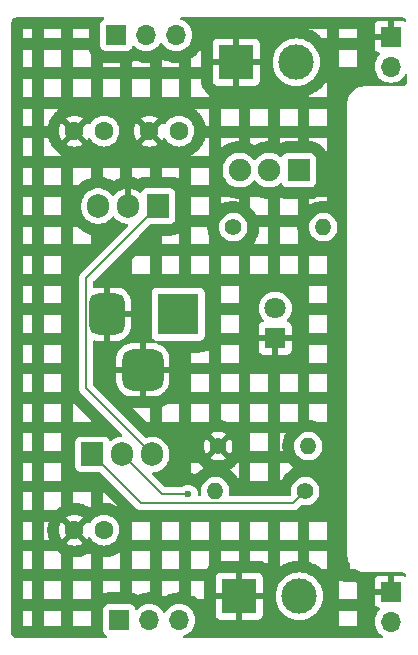
<source format=gbl>
%TF.GenerationSoftware,KiCad,Pcbnew,8.0.6*%
%TF.CreationDate,2025-06-17T20:58:39+05:30*%
%TF.ProjectId,Breadboard Power Supply,42726561-6462-46f6-9172-6420506f7765,rev?*%
%TF.SameCoordinates,Original*%
%TF.FileFunction,Copper,L2,Bot*%
%TF.FilePolarity,Positive*%
%FSLAX46Y46*%
G04 Gerber Fmt 4.6, Leading zero omitted, Abs format (unit mm)*
G04 Created by KiCad (PCBNEW 8.0.6) date 2025-06-17 20:58:39*
%MOMM*%
%LPD*%
G01*
G04 APERTURE LIST*
G04 Aperture macros list*
%AMRoundRect*
0 Rectangle with rounded corners*
0 $1 Rounding radius*
0 $2 $3 $4 $5 $6 $7 $8 $9 X,Y pos of 4 corners*
0 Add a 4 corners polygon primitive as box body*
4,1,4,$2,$3,$4,$5,$6,$7,$8,$9,$2,$3,0*
0 Add four circle primitives for the rounded corners*
1,1,$1+$1,$2,$3*
1,1,$1+$1,$4,$5*
1,1,$1+$1,$6,$7*
1,1,$1+$1,$8,$9*
0 Add four rect primitives between the rounded corners*
20,1,$1+$1,$2,$3,$4,$5,0*
20,1,$1+$1,$4,$5,$6,$7,0*
20,1,$1+$1,$6,$7,$8,$9,0*
20,1,$1+$1,$8,$9,$2,$3,0*%
G04 Aperture macros list end*
%TA.AperFunction,ComponentPad*%
%ADD10O,1.905000X2.000000*%
%TD*%
%TA.AperFunction,ComponentPad*%
%ADD11R,1.905000X2.000000*%
%TD*%
%TA.AperFunction,ComponentPad*%
%ADD12R,1.900000X1.900000*%
%TD*%
%TA.AperFunction,ComponentPad*%
%ADD13C,1.900000*%
%TD*%
%TA.AperFunction,ComponentPad*%
%ADD14C,1.400000*%
%TD*%
%TA.AperFunction,ComponentPad*%
%ADD15O,1.400000X1.400000*%
%TD*%
%TA.AperFunction,ComponentPad*%
%ADD16R,3.000000X3.000000*%
%TD*%
%TA.AperFunction,ComponentPad*%
%ADD17C,3.000000*%
%TD*%
%TA.AperFunction,ComponentPad*%
%ADD18R,3.500000X3.500000*%
%TD*%
%TA.AperFunction,ComponentPad*%
%ADD19RoundRect,0.750000X-0.750000X-1.000000X0.750000X-1.000000X0.750000X1.000000X-0.750000X1.000000X0*%
%TD*%
%TA.AperFunction,ComponentPad*%
%ADD20RoundRect,0.875000X-0.875000X-0.875000X0.875000X-0.875000X0.875000X0.875000X-0.875000X0.875000X0*%
%TD*%
%TA.AperFunction,ComponentPad*%
%ADD21R,1.700000X1.700000*%
%TD*%
%TA.AperFunction,ComponentPad*%
%ADD22O,1.700000X1.700000*%
%TD*%
%TA.AperFunction,ComponentPad*%
%ADD23R,1.800000X1.800000*%
%TD*%
%TA.AperFunction,ComponentPad*%
%ADD24C,1.800000*%
%TD*%
%TA.AperFunction,ComponentPad*%
%ADD25C,1.600000*%
%TD*%
%TA.AperFunction,ViaPad*%
%ADD26C,0.600000*%
%TD*%
%TA.AperFunction,Conductor*%
%ADD27C,0.200000*%
%TD*%
G04 APERTURE END LIST*
D10*
%TO.P,U2,3,VI*%
%TO.N,/12V*%
X173482000Y-114737000D03*
%TO.P,U2,2,VO*%
%TO.N,/3.3V*%
X170942000Y-114737000D03*
D11*
%TO.P,U2,1,ADJ*%
%TO.N,Net-(U2-ADJ)*%
X168402000Y-114737000D03*
%TD*%
%TO.P,U1,1,VI*%
%TO.N,/12V*%
X173990000Y-93726000D03*
D10*
%TO.P,U1,2,GND*%
%TO.N,GND*%
X171450000Y-93726000D03*
%TO.P,U1,3,VO*%
%TO.N,/5V*%
X168910000Y-93726000D03*
%TD*%
D12*
%TO.P,S1,1*%
%TO.N,/12V*%
X185888000Y-90678000D03*
D13*
%TO.P,S1,2*%
%TO.N,/PWR_input*%
X183388000Y-90678000D03*
%TO.P,S1,3*%
%TO.N,unconnected-(S1-Pad3)*%
X180888000Y-90678000D03*
%TD*%
D14*
%TO.P,R3,1*%
%TO.N,GND*%
X179070000Y-114046000D03*
D15*
%TO.P,R3,2*%
%TO.N,Net-(U2-ADJ)*%
X186690000Y-114046000D03*
%TD*%
D14*
%TO.P,R2,1*%
%TO.N,Net-(U2-ADJ)*%
X186436000Y-117856000D03*
D15*
%TO.P,R2,2*%
%TO.N,/3.3V*%
X178816000Y-117856000D03*
%TD*%
D14*
%TO.P,R1,1*%
%TO.N,Net-(D1-A)*%
X180340000Y-95504000D03*
D15*
%TO.P,R1,2*%
%TO.N,/12V*%
X187960000Y-95504000D03*
%TD*%
D16*
%TO.P,J7,1,Pin_1*%
%TO.N,GND*%
X180848000Y-126746000D03*
D17*
%TO.P,J7,2,Pin_2*%
%TO.N,/PWR_output*%
X185928000Y-126746000D03*
%TD*%
D18*
%TO.P,J6,1*%
%TO.N,/PWR_input*%
X175672000Y-102870000D03*
D19*
%TO.P,J6,2*%
%TO.N,GND*%
X169672000Y-102870000D03*
D20*
%TO.P,J6,3*%
X172672000Y-107570000D03*
%TD*%
D16*
%TO.P,J5,1,Pin_1*%
%TO.N,GND*%
X180594000Y-81534000D03*
D17*
%TO.P,J5,2,Pin_2*%
%TO.N,/PWR_output*%
X185674000Y-81534000D03*
%TD*%
D21*
%TO.P,J4,1,Pin_1*%
%TO.N,/3.3V*%
X170688000Y-128778000D03*
D22*
%TO.P,J4,2,Pin_2*%
%TO.N,/PWR_output*%
X173228000Y-128778000D03*
%TO.P,J4,3,Pin_3*%
%TO.N,/5V*%
X175768000Y-128778000D03*
%TD*%
D21*
%TO.P,J3,1,Pin_1*%
%TO.N,/3.3V*%
X170434000Y-79248000D03*
D22*
%TO.P,J3,2,Pin_2*%
%TO.N,/PWR_output*%
X172974000Y-79248000D03*
%TO.P,J3,3,Pin_3*%
%TO.N,/5V*%
X175514000Y-79248000D03*
%TD*%
D21*
%TO.P,J2,1,Pin_1*%
%TO.N,GND*%
X193675000Y-126365000D03*
D22*
%TO.P,J2,2,Pin_2*%
%TO.N,/PWR_output*%
X193675000Y-128905000D03*
%TD*%
D21*
%TO.P,J1,1,Pin_1*%
%TO.N,GND*%
X193675000Y-79375000D03*
D22*
%TO.P,J1,2,Pin_2*%
%TO.N,/PWR_output*%
X193675000Y-81915000D03*
%TD*%
D23*
%TO.P,D1,1,K*%
%TO.N,GND*%
X183896000Y-104902000D03*
D24*
%TO.P,D1,2,A*%
%TO.N,Net-(D1-A)*%
X183896000Y-102362000D03*
%TD*%
D25*
%TO.P,C3,1*%
%TO.N,/3.3V*%
X169398000Y-121158000D03*
%TO.P,C3,2*%
%TO.N,GND*%
X166898000Y-121158000D03*
%TD*%
%TO.P,C2,1*%
%TO.N,/5V*%
X169398000Y-87376000D03*
%TO.P,C2,2*%
%TO.N,GND*%
X166898000Y-87376000D03*
%TD*%
%TO.P,C1,2*%
%TO.N,GND*%
X173248000Y-87376000D03*
%TO.P,C1,1*%
%TO.N,/12V*%
X175748000Y-87376000D03*
%TD*%
D26*
%TO.N,/3.3V*%
X176530000Y-118110000D03*
%TD*%
D27*
%TO.N,/12V*%
X167872000Y-109127000D02*
X173482000Y-114737000D01*
X167872000Y-99844000D02*
X167872000Y-109127000D01*
X173990000Y-93726000D02*
X167872000Y-99844000D01*
%TO.N,Net-(U2-ADJ)*%
X185436000Y-118856000D02*
X172521000Y-118856000D01*
X186436000Y-117856000D02*
X185436000Y-118856000D01*
X172521000Y-118856000D02*
X168402000Y-114737000D01*
%TO.N,/3.3V*%
X174315000Y-118110000D02*
X170942000Y-114737000D01*
X176530000Y-118110000D02*
X174315000Y-118110000D01*
%TD*%
%TA.AperFunction,Conductor*%
%TO.N,GND*%
G36*
X169358730Y-77736185D02*
G01*
X169404485Y-77788989D01*
X169414429Y-77858147D01*
X169385404Y-77921703D01*
X169348151Y-77947567D01*
X169349454Y-77949953D01*
X169341664Y-77954206D01*
X169226455Y-78040452D01*
X169226452Y-78040455D01*
X169140206Y-78155664D01*
X169140202Y-78155671D01*
X169089908Y-78290517D01*
X169083501Y-78350116D01*
X169083500Y-78350135D01*
X169083500Y-80145870D01*
X169083501Y-80145876D01*
X169089908Y-80205483D01*
X169140202Y-80340328D01*
X169140206Y-80340335D01*
X169226452Y-80455544D01*
X169226455Y-80455547D01*
X169341664Y-80541793D01*
X169341671Y-80541797D01*
X169476517Y-80592091D01*
X169476516Y-80592091D01*
X169483444Y-80592835D01*
X169536127Y-80598500D01*
X171331872Y-80598499D01*
X171391483Y-80592091D01*
X171526331Y-80541796D01*
X171641546Y-80455546D01*
X171727796Y-80340331D01*
X171776810Y-80208916D01*
X171818681Y-80152984D01*
X171884145Y-80128566D01*
X171952418Y-80143417D01*
X171980673Y-80164569D01*
X172102599Y-80286495D01*
X172199384Y-80354265D01*
X172296165Y-80422032D01*
X172296167Y-80422033D01*
X172296170Y-80422035D01*
X172510337Y-80521903D01*
X172738592Y-80583063D01*
X172915034Y-80598500D01*
X172973999Y-80603659D01*
X172974000Y-80603659D01*
X172974001Y-80603659D01*
X173032966Y-80598500D01*
X173209408Y-80583063D01*
X173437663Y-80521903D01*
X173651830Y-80422035D01*
X173845401Y-80286495D01*
X174012495Y-80119401D01*
X174142425Y-79933842D01*
X174197002Y-79890217D01*
X174266500Y-79883023D01*
X174328855Y-79914546D01*
X174345575Y-79933842D01*
X174475500Y-80119395D01*
X174475505Y-80119401D01*
X174642599Y-80286495D01*
X174739384Y-80354265D01*
X174836165Y-80422032D01*
X174836167Y-80422033D01*
X174836170Y-80422035D01*
X175050337Y-80521903D01*
X175278592Y-80583063D01*
X175455034Y-80598500D01*
X175513999Y-80603659D01*
X175514000Y-80603659D01*
X175514001Y-80603659D01*
X175572966Y-80598500D01*
X175749408Y-80583063D01*
X175977663Y-80521903D01*
X176191830Y-80422035D01*
X176385401Y-80286495D01*
X176552495Y-80119401D01*
X176645795Y-79986155D01*
X178594000Y-79986155D01*
X178594000Y-81284000D01*
X179874936Y-81284000D01*
X179863207Y-81312316D01*
X179834000Y-81459147D01*
X179834000Y-81608853D01*
X179863207Y-81755684D01*
X179874936Y-81784000D01*
X178594000Y-81784000D01*
X178594000Y-83081844D01*
X178600401Y-83141372D01*
X178600403Y-83141379D01*
X178650645Y-83276086D01*
X178650649Y-83276093D01*
X178736809Y-83391187D01*
X178736812Y-83391190D01*
X178851906Y-83477350D01*
X178851913Y-83477354D01*
X178986620Y-83527596D01*
X178986627Y-83527598D01*
X179046155Y-83533999D01*
X179046172Y-83534000D01*
X180344000Y-83534000D01*
X180344000Y-82253064D01*
X180372316Y-82264793D01*
X180519147Y-82294000D01*
X180668853Y-82294000D01*
X180815684Y-82264793D01*
X180844000Y-82253064D01*
X180844000Y-83534000D01*
X182141828Y-83534000D01*
X182141844Y-83533999D01*
X182201372Y-83527598D01*
X182201379Y-83527596D01*
X182336086Y-83477354D01*
X182336093Y-83477350D01*
X182451187Y-83391190D01*
X182451190Y-83391187D01*
X182537350Y-83276093D01*
X182537354Y-83276086D01*
X182587596Y-83141379D01*
X182587598Y-83141372D01*
X182593999Y-83081844D01*
X182594000Y-83081827D01*
X182594000Y-81784000D01*
X181313064Y-81784000D01*
X181324793Y-81755684D01*
X181354000Y-81608853D01*
X181354000Y-81533998D01*
X183668390Y-81533998D01*
X183668390Y-81534000D01*
X183688804Y-81819433D01*
X183749628Y-82099037D01*
X183749630Y-82099043D01*
X183749631Y-82099046D01*
X183811452Y-82264793D01*
X183849635Y-82367166D01*
X183986770Y-82618309D01*
X183986775Y-82618317D01*
X184158254Y-82847387D01*
X184158270Y-82847405D01*
X184360594Y-83049729D01*
X184360612Y-83049745D01*
X184589682Y-83221224D01*
X184589690Y-83221229D01*
X184840833Y-83358364D01*
X184840832Y-83358364D01*
X184840836Y-83358365D01*
X184840839Y-83358367D01*
X185108954Y-83458369D01*
X185108960Y-83458370D01*
X185108962Y-83458371D01*
X185388566Y-83519195D01*
X185388568Y-83519195D01*
X185388572Y-83519196D01*
X185641688Y-83537299D01*
X185673999Y-83539610D01*
X185674000Y-83539610D01*
X185674001Y-83539610D01*
X185706312Y-83537299D01*
X185959428Y-83519196D01*
X186120919Y-83484066D01*
X186239037Y-83458371D01*
X186239037Y-83458370D01*
X186239046Y-83458369D01*
X186507161Y-83358367D01*
X186758315Y-83221226D01*
X186987395Y-83049739D01*
X187189739Y-82847395D01*
X187361226Y-82618315D01*
X187498367Y-82367161D01*
X187598369Y-82099046D01*
X187627203Y-81966500D01*
X189284500Y-81966500D01*
X190786500Y-81966500D01*
X190786500Y-80464500D01*
X189284500Y-80464500D01*
X189284500Y-81966500D01*
X187627203Y-81966500D01*
X187659196Y-81819428D01*
X187679610Y-81534000D01*
X187659196Y-81248572D01*
X187657680Y-81241605D01*
X187598371Y-80968962D01*
X187598370Y-80968960D01*
X187598369Y-80968954D01*
X187498367Y-80700839D01*
X187465745Y-80641097D01*
X187361229Y-80449690D01*
X187361224Y-80449682D01*
X187189745Y-80220612D01*
X187189729Y-80220594D01*
X186987405Y-80018270D01*
X186987387Y-80018254D01*
X186758317Y-79846775D01*
X186758309Y-79846770D01*
X186507166Y-79709635D01*
X186507167Y-79709635D01*
X186399915Y-79669632D01*
X186239046Y-79609631D01*
X186239043Y-79609630D01*
X186239037Y-79609628D01*
X185959433Y-79548804D01*
X185674001Y-79528390D01*
X185673999Y-79528390D01*
X185388566Y-79548804D01*
X185108962Y-79609628D01*
X184840833Y-79709635D01*
X184589690Y-79846770D01*
X184589682Y-79846775D01*
X184360612Y-80018254D01*
X184360594Y-80018270D01*
X184158270Y-80220594D01*
X184158254Y-80220612D01*
X183986775Y-80449682D01*
X183986770Y-80449690D01*
X183849635Y-80700833D01*
X183749628Y-80968962D01*
X183688804Y-81248566D01*
X183668390Y-81533998D01*
X181354000Y-81533998D01*
X181354000Y-81459147D01*
X181324793Y-81312316D01*
X181313064Y-81284000D01*
X182594000Y-81284000D01*
X182594000Y-79986172D01*
X182593999Y-79986155D01*
X182587598Y-79926627D01*
X182587596Y-79926620D01*
X182537354Y-79791913D01*
X182537350Y-79791906D01*
X182451190Y-79676812D01*
X182451187Y-79676809D01*
X182336093Y-79590649D01*
X182336086Y-79590645D01*
X182201379Y-79540403D01*
X182201372Y-79540401D01*
X182141844Y-79534000D01*
X180844000Y-79534000D01*
X180844000Y-80814935D01*
X180815684Y-80803207D01*
X180668853Y-80774000D01*
X180519147Y-80774000D01*
X180372316Y-80803207D01*
X180344000Y-80814935D01*
X180344000Y-79534000D01*
X179046155Y-79534000D01*
X178986627Y-79540401D01*
X178986620Y-79540403D01*
X178851913Y-79590645D01*
X178851906Y-79590649D01*
X178736812Y-79676809D01*
X178736809Y-79676812D01*
X178650649Y-79791906D01*
X178650645Y-79791913D01*
X178600403Y-79926620D01*
X178600401Y-79926627D01*
X178594000Y-79986155D01*
X176645795Y-79986155D01*
X176688035Y-79925830D01*
X176787903Y-79711663D01*
X176849063Y-79483408D01*
X176869659Y-79248000D01*
X176849063Y-79012592D01*
X176794567Y-78809206D01*
X176787905Y-78784344D01*
X176787904Y-78784343D01*
X176787903Y-78784337D01*
X176770919Y-78747915D01*
X186784500Y-78747915D01*
X186872612Y-78780780D01*
X186876728Y-78782400D01*
X186901449Y-78792639D01*
X186905505Y-78794404D01*
X186937921Y-78809206D01*
X186941918Y-78811118D01*
X186965882Y-78823113D01*
X186969806Y-78825166D01*
X187252253Y-78979394D01*
X187256102Y-78981586D01*
X187279147Y-78995260D01*
X187282917Y-78997589D01*
X187312893Y-79016856D01*
X187316570Y-79019313D01*
X187338550Y-79034575D01*
X187342137Y-79037162D01*
X187599732Y-79229995D01*
X187603224Y-79232707D01*
X187624066Y-79249501D01*
X187627463Y-79252340D01*
X187654395Y-79275675D01*
X187657692Y-79278637D01*
X187677299Y-79296892D01*
X187680484Y-79299965D01*
X187847019Y-79466500D01*
X188286500Y-79466500D01*
X189284500Y-79466500D01*
X190786500Y-79466500D01*
X190786500Y-78714500D01*
X189284500Y-78714500D01*
X189284500Y-79466500D01*
X188286500Y-79466500D01*
X188286500Y-78714500D01*
X186784500Y-78714500D01*
X186784500Y-78747915D01*
X176770919Y-78747915D01*
X176688035Y-78570171D01*
X176682425Y-78562158D01*
X176552494Y-78376597D01*
X176385402Y-78209506D01*
X176385395Y-78209501D01*
X176191834Y-78073967D01*
X176191830Y-78073965D01*
X176191828Y-78073964D01*
X175977663Y-77974097D01*
X175977659Y-77974096D01*
X175977655Y-77974094D01*
X175926079Y-77960275D01*
X175866418Y-77923910D01*
X175835889Y-77861063D01*
X175844184Y-77791688D01*
X175888669Y-77737810D01*
X175955221Y-77716535D01*
X175958172Y-77716500D01*
X194498108Y-77716500D01*
X194557039Y-77716500D01*
X194570922Y-77717280D01*
X194579353Y-77718230D01*
X194664831Y-77727861D01*
X194691892Y-77734037D01*
X194774481Y-77762937D01*
X194799491Y-77774980D01*
X194809189Y-77781074D01*
X194873581Y-77821534D01*
X194895290Y-77838847D01*
X194957152Y-77900709D01*
X194974465Y-77922418D01*
X194992266Y-77950748D01*
X195011266Y-78017985D01*
X194990898Y-78084820D01*
X194937631Y-78130034D01*
X194868374Y-78139272D01*
X194812961Y-78115987D01*
X194767088Y-78081646D01*
X194767086Y-78081645D01*
X194632379Y-78031403D01*
X194632372Y-78031401D01*
X194572844Y-78025000D01*
X193925000Y-78025000D01*
X193925000Y-78941988D01*
X193867993Y-78909075D01*
X193740826Y-78875000D01*
X193609174Y-78875000D01*
X193482007Y-78909075D01*
X193425000Y-78941988D01*
X193425000Y-78025000D01*
X192777155Y-78025000D01*
X192717627Y-78031401D01*
X192717620Y-78031403D01*
X192582913Y-78081645D01*
X192582906Y-78081649D01*
X192467812Y-78167809D01*
X192467809Y-78167812D01*
X192381649Y-78282906D01*
X192381645Y-78282913D01*
X192331403Y-78417620D01*
X192331401Y-78417627D01*
X192325000Y-78477155D01*
X192325000Y-79125000D01*
X193241988Y-79125000D01*
X193209075Y-79182007D01*
X193175000Y-79309174D01*
X193175000Y-79440826D01*
X193209075Y-79567993D01*
X193241988Y-79625000D01*
X192325000Y-79625000D01*
X192325000Y-80272844D01*
X192331401Y-80332372D01*
X192331403Y-80332379D01*
X192381645Y-80467086D01*
X192381649Y-80467093D01*
X192467809Y-80582187D01*
X192467812Y-80582190D01*
X192582906Y-80668350D01*
X192582913Y-80668354D01*
X192714470Y-80717421D01*
X192770403Y-80759292D01*
X192794821Y-80824756D01*
X192779970Y-80893029D01*
X192758819Y-80921284D01*
X192636503Y-81043600D01*
X192500965Y-81237169D01*
X192500964Y-81237171D01*
X192401098Y-81451335D01*
X192401094Y-81451344D01*
X192339938Y-81679586D01*
X192339936Y-81679596D01*
X192319341Y-81914999D01*
X192319341Y-81915000D01*
X192339936Y-82150403D01*
X192339938Y-82150413D01*
X192401094Y-82378655D01*
X192401096Y-82378659D01*
X192401097Y-82378663D01*
X192473060Y-82532988D01*
X192500965Y-82592830D01*
X192500967Y-82592834D01*
X192518811Y-82618317D01*
X192636505Y-82786401D01*
X192803599Y-82953495D01*
X192900384Y-83021265D01*
X192997165Y-83089032D01*
X192997167Y-83089033D01*
X192997170Y-83089035D01*
X193211337Y-83188903D01*
X193211343Y-83188904D01*
X193211344Y-83188905D01*
X193260728Y-83202137D01*
X193439592Y-83250063D01*
X193627918Y-83266539D01*
X193674999Y-83270659D01*
X193675000Y-83270659D01*
X193675001Y-83270659D01*
X193714234Y-83267226D01*
X193910408Y-83250063D01*
X194138663Y-83188903D01*
X194352830Y-83089035D01*
X194546401Y-82953495D01*
X194713495Y-82786401D01*
X194849035Y-82592830D01*
X194852140Y-82588396D01*
X194853465Y-82589324D01*
X194898675Y-82546214D01*
X194967282Y-82532988D01*
X195032148Y-82558953D01*
X195072678Y-82615866D01*
X195079500Y-82656427D01*
X195079500Y-83051038D01*
X195078720Y-83064922D01*
X195068139Y-83158827D01*
X195061960Y-83185898D01*
X195033064Y-83268477D01*
X195021017Y-83293494D01*
X194974465Y-83367581D01*
X194957152Y-83389290D01*
X194895290Y-83451152D01*
X194873581Y-83468465D01*
X194799494Y-83515017D01*
X194774477Y-83527064D01*
X194691898Y-83555960D01*
X194664827Y-83562139D01*
X194570923Y-83572720D01*
X194557039Y-83573500D01*
X191407537Y-83573500D01*
X191192820Y-83604370D01*
X190984678Y-83665487D01*
X190787373Y-83755593D01*
X190787357Y-83755602D01*
X190604874Y-83872877D01*
X190604867Y-83872883D01*
X190440933Y-84014931D01*
X190440931Y-84014933D01*
X190298883Y-84178867D01*
X190298877Y-84178874D01*
X190181602Y-84361357D01*
X190181593Y-84361373D01*
X190091487Y-84558678D01*
X190030370Y-84766820D01*
X189999500Y-84981537D01*
X189999500Y-123298462D01*
X190030370Y-123513179D01*
X190091487Y-123721321D01*
X190181593Y-123918626D01*
X190181602Y-123918642D01*
X190197780Y-123943815D01*
X190226315Y-123988216D01*
X190246000Y-124055254D01*
X190246000Y-124460000D01*
X190650744Y-124460000D01*
X190717783Y-124479685D01*
X190717784Y-124479685D01*
X190787357Y-124524397D01*
X190787373Y-124524406D01*
X190984678Y-124614512D01*
X190984682Y-124614513D01*
X190984684Y-124614514D01*
X191077908Y-124641887D01*
X191192820Y-124675629D01*
X191223691Y-124680067D01*
X191407538Y-124706500D01*
X191450108Y-124706500D01*
X194498108Y-124706500D01*
X194557039Y-124706500D01*
X194570922Y-124707280D01*
X194579353Y-124708230D01*
X194664831Y-124717861D01*
X194691892Y-124724037D01*
X194774481Y-124752937D01*
X194799491Y-124764980D01*
X194873581Y-124811534D01*
X194895290Y-124828847D01*
X194957152Y-124890709D01*
X194974465Y-124912418D01*
X194992266Y-124940748D01*
X195011266Y-125007985D01*
X194990898Y-125074820D01*
X194937631Y-125120034D01*
X194868374Y-125129272D01*
X194812961Y-125105987D01*
X194767088Y-125071646D01*
X194767086Y-125071645D01*
X194632379Y-125021403D01*
X194632372Y-125021401D01*
X194572844Y-125015000D01*
X193925000Y-125015000D01*
X193925000Y-125931988D01*
X193867993Y-125899075D01*
X193740826Y-125865000D01*
X193609174Y-125865000D01*
X193482007Y-125899075D01*
X193425000Y-125931988D01*
X193425000Y-125015000D01*
X192777155Y-125015000D01*
X192717627Y-125021401D01*
X192717620Y-125021403D01*
X192582913Y-125071645D01*
X192582906Y-125071649D01*
X192467812Y-125157809D01*
X192467809Y-125157812D01*
X192381649Y-125272906D01*
X192381645Y-125272913D01*
X192331403Y-125407620D01*
X192331401Y-125407627D01*
X192325000Y-125467155D01*
X192325000Y-126115000D01*
X193241988Y-126115000D01*
X193209075Y-126172007D01*
X193175000Y-126299174D01*
X193175000Y-126430826D01*
X193209075Y-126557993D01*
X193241988Y-126615000D01*
X192325000Y-126615000D01*
X192325000Y-127262844D01*
X192331401Y-127322372D01*
X192331403Y-127322379D01*
X192381645Y-127457086D01*
X192381649Y-127457093D01*
X192467809Y-127572187D01*
X192467812Y-127572190D01*
X192582906Y-127658350D01*
X192582913Y-127658354D01*
X192714470Y-127707421D01*
X192770403Y-127749292D01*
X192794821Y-127814756D01*
X192779970Y-127883029D01*
X192758819Y-127911284D01*
X192636503Y-128033600D01*
X192500965Y-128227169D01*
X192500964Y-128227171D01*
X192401098Y-128441335D01*
X192401094Y-128441344D01*
X192339938Y-128669586D01*
X192339936Y-128669596D01*
X192319341Y-128904999D01*
X192319341Y-128905000D01*
X192339936Y-129140403D01*
X192339938Y-129140413D01*
X192401094Y-129368655D01*
X192401096Y-129368659D01*
X192401097Y-129368663D01*
X192436482Y-129444546D01*
X192500965Y-129582830D01*
X192500967Y-129582834D01*
X192602690Y-129728108D01*
X192636505Y-129776401D01*
X192803599Y-129943495D01*
X192926418Y-130029494D01*
X193001604Y-130082140D01*
X193000675Y-130083465D01*
X193043786Y-130128675D01*
X193057012Y-130197282D01*
X193031047Y-130262148D01*
X192974134Y-130302678D01*
X192933573Y-130309500D01*
X176212172Y-130309500D01*
X176145133Y-130289815D01*
X176099378Y-130237011D01*
X176089434Y-130167853D01*
X176118459Y-130104297D01*
X176177237Y-130066523D01*
X176180079Y-130065725D01*
X176214038Y-130056625D01*
X176231663Y-130051903D01*
X176445830Y-129952035D01*
X176639401Y-129816495D01*
X176806495Y-129649401D01*
X176942035Y-129455830D01*
X177009337Y-129311500D01*
X189284500Y-129311500D01*
X190786500Y-129311500D01*
X190786500Y-127964500D01*
X189284500Y-127964500D01*
X189284500Y-129311500D01*
X177009337Y-129311500D01*
X177041903Y-129241663D01*
X177103063Y-129013408D01*
X177123659Y-128778000D01*
X177103063Y-128542592D01*
X177041903Y-128314337D01*
X176942035Y-128100171D01*
X176936425Y-128092158D01*
X176806494Y-127906597D01*
X176639402Y-127739506D01*
X176639395Y-127739501D01*
X176627204Y-127730965D01*
X176562518Y-127685671D01*
X176445834Y-127603967D01*
X176445830Y-127603965D01*
X176445828Y-127603964D01*
X176231663Y-127504097D01*
X176231659Y-127504096D01*
X176231655Y-127504094D01*
X176003413Y-127442938D01*
X176003403Y-127442936D01*
X175768001Y-127422341D01*
X175767999Y-127422341D01*
X175532596Y-127442936D01*
X175532586Y-127442938D01*
X175304344Y-127504094D01*
X175304335Y-127504098D01*
X175090171Y-127603964D01*
X175090169Y-127603965D01*
X174896597Y-127739505D01*
X174729505Y-127906597D01*
X174599575Y-128092158D01*
X174544998Y-128135783D01*
X174475500Y-128142977D01*
X174413145Y-128111454D01*
X174396425Y-128092158D01*
X174266494Y-127906597D01*
X174099402Y-127739506D01*
X174099395Y-127739501D01*
X174087204Y-127730965D01*
X174022518Y-127685671D01*
X173905834Y-127603967D01*
X173905830Y-127603965D01*
X173905828Y-127603964D01*
X173691663Y-127504097D01*
X173691659Y-127504096D01*
X173691655Y-127504094D01*
X173463413Y-127442938D01*
X173463403Y-127442936D01*
X173228001Y-127422341D01*
X173227999Y-127422341D01*
X172992596Y-127442936D01*
X172992586Y-127442938D01*
X172764344Y-127504094D01*
X172764335Y-127504098D01*
X172550171Y-127603964D01*
X172550169Y-127603965D01*
X172356600Y-127739503D01*
X172234673Y-127861430D01*
X172173350Y-127894914D01*
X172103658Y-127889930D01*
X172047725Y-127848058D01*
X172030810Y-127817081D01*
X171981797Y-127685671D01*
X171981793Y-127685664D01*
X171895547Y-127570455D01*
X171895544Y-127570452D01*
X171780335Y-127484206D01*
X171780328Y-127484202D01*
X171645482Y-127433908D01*
X171645483Y-127433908D01*
X171585883Y-127427501D01*
X171585881Y-127427500D01*
X171585873Y-127427500D01*
X171585864Y-127427500D01*
X169790129Y-127427500D01*
X169790123Y-127427501D01*
X169730516Y-127433908D01*
X169595671Y-127484202D01*
X169595664Y-127484206D01*
X169480455Y-127570452D01*
X169480452Y-127570455D01*
X169394206Y-127685664D01*
X169394202Y-127685671D01*
X169343908Y-127820517D01*
X169337501Y-127880116D01*
X169337500Y-127880135D01*
X169337500Y-129675870D01*
X169337501Y-129675876D01*
X169343908Y-129735483D01*
X169394202Y-129870328D01*
X169394206Y-129870335D01*
X169480452Y-129985544D01*
X169480455Y-129985547D01*
X169595664Y-130071793D01*
X169603454Y-130076047D01*
X169601875Y-130078938D01*
X169644958Y-130111189D01*
X169669375Y-130176653D01*
X169654524Y-130244926D01*
X169605119Y-130294332D01*
X169545691Y-130309500D01*
X162058961Y-130309500D01*
X162045077Y-130308720D01*
X161951172Y-130298139D01*
X161924101Y-130291960D01*
X161841522Y-130263064D01*
X161816505Y-130251017D01*
X161742418Y-130204465D01*
X161720709Y-130187152D01*
X161658847Y-130125290D01*
X161641534Y-130103581D01*
X161618249Y-130066523D01*
X161594980Y-130029491D01*
X161582937Y-130004481D01*
X161554037Y-129921892D01*
X161547861Y-129894831D01*
X161537280Y-129800921D01*
X161536500Y-129787038D01*
X161536500Y-129311500D01*
X162534500Y-129311500D01*
X163286500Y-129311500D01*
X164284500Y-129311500D01*
X165786500Y-129311500D01*
X166784500Y-129311500D01*
X168286500Y-129311500D01*
X168286500Y-127964500D01*
X166784500Y-127964500D01*
X166784500Y-129311500D01*
X165786500Y-129311500D01*
X165786500Y-127964500D01*
X164284500Y-127964500D01*
X164284500Y-129311500D01*
X163286500Y-129311500D01*
X163286500Y-127964500D01*
X162534500Y-127964500D01*
X162534500Y-129311500D01*
X161536500Y-129311500D01*
X161536500Y-126966500D01*
X162534500Y-126966500D01*
X163286500Y-126966500D01*
X164284500Y-126966500D01*
X165786500Y-126966500D01*
X166784500Y-126966500D01*
X168286500Y-126966500D01*
X168286500Y-126679369D01*
X174284500Y-126679369D01*
X174347338Y-126708672D01*
X174352188Y-126711064D01*
X174381209Y-126726171D01*
X174385949Y-126728771D01*
X174423673Y-126750549D01*
X174428302Y-126753358D01*
X174455916Y-126770950D01*
X174460415Y-126773957D01*
X174497999Y-126800274D01*
X174535581Y-126773960D01*
X174540080Y-126770954D01*
X174567679Y-126753372D01*
X174572301Y-126750567D01*
X174610022Y-126728788D01*
X174614765Y-126726186D01*
X174643801Y-126711070D01*
X174648655Y-126708676D01*
X174751502Y-126660717D01*
X176784500Y-126660717D01*
X176887337Y-126708672D01*
X176892188Y-126711064D01*
X176921209Y-126726171D01*
X176925949Y-126728771D01*
X176963673Y-126750549D01*
X176968302Y-126753358D01*
X176995916Y-126770950D01*
X177000415Y-126773956D01*
X177229678Y-126934488D01*
X177234042Y-126937689D01*
X177260022Y-126957625D01*
X177264243Y-126961012D01*
X177270783Y-126966500D01*
X177850000Y-126966500D01*
X177850000Y-126795454D01*
X177859439Y-126748002D01*
X177860268Y-126746000D01*
X177859439Y-126743998D01*
X177850000Y-126696546D01*
X177850000Y-125464500D01*
X176784500Y-125464500D01*
X176784500Y-126660717D01*
X174751502Y-126660717D01*
X174902292Y-126590402D01*
X174907244Y-126588223D01*
X174937465Y-126575705D01*
X174942500Y-126573747D01*
X174983432Y-126558846D01*
X174988560Y-126557105D01*
X175019795Y-126547256D01*
X175024992Y-126545741D01*
X175295334Y-126473305D01*
X175300588Y-126472019D01*
X175332546Y-126464934D01*
X175337854Y-126463879D01*
X175380749Y-126456316D01*
X175386096Y-126455493D01*
X175418539Y-126451222D01*
X175423916Y-126450633D01*
X175702713Y-126426241D01*
X175708110Y-126425887D01*
X175740810Y-126424459D01*
X175746220Y-126424341D01*
X175786500Y-126424341D01*
X175786500Y-125464500D01*
X174284500Y-125464500D01*
X174284500Y-126679369D01*
X168286500Y-126679369D01*
X168286500Y-126535105D01*
X169284500Y-126535105D01*
X169410982Y-126487931D01*
X169418321Y-126485452D01*
X169463172Y-126471847D01*
X169470648Y-126469832D01*
X169531363Y-126455484D01*
X169538955Y-126453939D01*
X169585160Y-126446028D01*
X169591491Y-126445146D01*
X171784500Y-126445146D01*
X171790843Y-126446029D01*
X171837029Y-126453936D01*
X171844619Y-126455481D01*
X171905330Y-126469826D01*
X171912809Y-126471842D01*
X171957672Y-126485450D01*
X171965012Y-126487929D01*
X172162502Y-126561587D01*
X172170682Y-126564975D01*
X172219419Y-126587233D01*
X172227333Y-126591195D01*
X172288714Y-126624711D01*
X172362292Y-126590402D01*
X172367244Y-126588223D01*
X172397465Y-126575705D01*
X172402500Y-126573747D01*
X172443432Y-126558846D01*
X172448560Y-126557105D01*
X172479795Y-126547256D01*
X172484992Y-126545741D01*
X172755334Y-126473305D01*
X172760588Y-126472019D01*
X172792546Y-126464934D01*
X172797854Y-126463879D01*
X172840749Y-126456316D01*
X172846096Y-126455493D01*
X172878539Y-126451222D01*
X172883916Y-126450633D01*
X173162713Y-126426241D01*
X173168110Y-126425887D01*
X173200810Y-126424459D01*
X173206220Y-126424341D01*
X173249780Y-126424341D01*
X173255190Y-126424459D01*
X173286500Y-126425826D01*
X173286500Y-125464500D01*
X171784500Y-125464500D01*
X171784500Y-126445146D01*
X169591491Y-126445146D01*
X169592833Y-126444959D01*
X169696755Y-126433788D01*
X169700064Y-126433477D01*
X169720101Y-126431865D01*
X169723413Y-126431643D01*
X169750095Y-126430214D01*
X169753413Y-126430081D01*
X169773464Y-126429545D01*
X169776778Y-126429501D01*
X170786500Y-126429500D01*
X170786500Y-125464500D01*
X169284500Y-125464500D01*
X169284500Y-126535105D01*
X168286500Y-126535105D01*
X168286500Y-125464500D01*
X166784500Y-125464500D01*
X166784500Y-126966500D01*
X165786500Y-126966500D01*
X165786500Y-125464500D01*
X164284500Y-125464500D01*
X164284500Y-126966500D01*
X163286500Y-126966500D01*
X163286500Y-125464500D01*
X162534500Y-125464500D01*
X162534500Y-126966500D01*
X161536500Y-126966500D01*
X161536500Y-125198155D01*
X178848000Y-125198155D01*
X178848000Y-126496000D01*
X180128936Y-126496000D01*
X180117207Y-126524316D01*
X180088000Y-126671147D01*
X180088000Y-126820853D01*
X180117207Y-126967684D01*
X180128936Y-126996000D01*
X178848000Y-126996000D01*
X178848000Y-128293844D01*
X178854401Y-128353372D01*
X178854403Y-128353379D01*
X178904645Y-128488086D01*
X178904649Y-128488093D01*
X178990809Y-128603187D01*
X178990812Y-128603190D01*
X179105906Y-128689350D01*
X179105913Y-128689354D01*
X179240620Y-128739596D01*
X179240627Y-128739598D01*
X179300155Y-128745999D01*
X179300172Y-128746000D01*
X180598000Y-128746000D01*
X180598000Y-127465064D01*
X180626316Y-127476793D01*
X180773147Y-127506000D01*
X180922853Y-127506000D01*
X181069684Y-127476793D01*
X181098000Y-127465064D01*
X181098000Y-128746000D01*
X182395828Y-128746000D01*
X182395844Y-128745999D01*
X182455372Y-128739598D01*
X182455379Y-128739596D01*
X182590086Y-128689354D01*
X182590093Y-128689350D01*
X182705187Y-128603190D01*
X182705190Y-128603187D01*
X182791350Y-128488093D01*
X182791354Y-128488086D01*
X182841596Y-128353379D01*
X182841598Y-128353372D01*
X182847999Y-128293844D01*
X182848000Y-128293827D01*
X182848000Y-126996000D01*
X181567064Y-126996000D01*
X181578793Y-126967684D01*
X181608000Y-126820853D01*
X181608000Y-126745998D01*
X183922390Y-126745998D01*
X183922390Y-126746000D01*
X183942804Y-127031433D01*
X184003628Y-127311037D01*
X184003630Y-127311043D01*
X184003631Y-127311046D01*
X184100386Y-127570455D01*
X184103635Y-127579166D01*
X184240770Y-127830309D01*
X184240775Y-127830317D01*
X184412254Y-128059387D01*
X184412270Y-128059405D01*
X184614594Y-128261729D01*
X184614612Y-128261745D01*
X184843682Y-128433224D01*
X184843690Y-128433229D01*
X185094833Y-128570364D01*
X185094832Y-128570364D01*
X185094836Y-128570365D01*
X185094839Y-128570367D01*
X185362954Y-128670369D01*
X185362960Y-128670370D01*
X185362962Y-128670371D01*
X185642566Y-128731195D01*
X185642568Y-128731195D01*
X185642572Y-128731196D01*
X185896220Y-128749337D01*
X185927999Y-128751610D01*
X185928000Y-128751610D01*
X185928001Y-128751610D01*
X185956595Y-128749564D01*
X186213428Y-128731196D01*
X186493046Y-128670369D01*
X186761161Y-128570367D01*
X187012315Y-128433226D01*
X187241395Y-128261739D01*
X187443739Y-128059395D01*
X187615226Y-127830315D01*
X187752367Y-127579161D01*
X187852369Y-127311046D01*
X187913196Y-127031428D01*
X187917840Y-126966500D01*
X189284500Y-126966500D01*
X190786500Y-126966500D01*
X190786500Y-125596454D01*
X190744085Y-125584000D01*
X189831786Y-125584000D01*
X189764747Y-125564315D01*
X189744105Y-125547681D01*
X189660924Y-125464500D01*
X189284500Y-125464500D01*
X189284500Y-126966500D01*
X187917840Y-126966500D01*
X187933610Y-126746000D01*
X187913196Y-126460572D01*
X187911752Y-126453936D01*
X187852371Y-126180962D01*
X187852370Y-126180960D01*
X187852369Y-126180954D01*
X187752367Y-125912839D01*
X187744851Y-125899075D01*
X187615229Y-125661690D01*
X187615224Y-125661682D01*
X187443745Y-125432612D01*
X187443729Y-125432594D01*
X187241405Y-125230270D01*
X187241387Y-125230254D01*
X187012317Y-125058775D01*
X187012309Y-125058770D01*
X186761166Y-124921635D01*
X186761167Y-124921635D01*
X186653915Y-124881632D01*
X186493046Y-124821631D01*
X186493043Y-124821630D01*
X186493037Y-124821628D01*
X186213433Y-124760804D01*
X185928001Y-124740390D01*
X185927999Y-124740390D01*
X185642566Y-124760804D01*
X185362962Y-124821628D01*
X185094833Y-124921635D01*
X184843690Y-125058770D01*
X184843682Y-125058775D01*
X184614612Y-125230254D01*
X184614594Y-125230270D01*
X184412270Y-125432594D01*
X184412254Y-125432612D01*
X184240775Y-125661682D01*
X184240770Y-125661690D01*
X184103635Y-125912833D01*
X184003628Y-126180962D01*
X183942804Y-126460566D01*
X183922390Y-126745998D01*
X181608000Y-126745998D01*
X181608000Y-126671147D01*
X181578793Y-126524316D01*
X181567064Y-126496000D01*
X182848000Y-126496000D01*
X182848000Y-125198172D01*
X182847999Y-125198155D01*
X182841598Y-125138627D01*
X182841596Y-125138620D01*
X182791354Y-125003913D01*
X182791350Y-125003906D01*
X182705190Y-124888812D01*
X182705187Y-124888809D01*
X182590093Y-124802649D01*
X182590086Y-124802645D01*
X182455379Y-124752403D01*
X182455372Y-124752401D01*
X182395844Y-124746000D01*
X181098000Y-124746000D01*
X181098000Y-126026935D01*
X181069684Y-126015207D01*
X180922853Y-125986000D01*
X180773147Y-125986000D01*
X180626316Y-126015207D01*
X180598000Y-126026935D01*
X180598000Y-124746000D01*
X179300155Y-124746000D01*
X179240627Y-124752401D01*
X179240620Y-124752403D01*
X179105913Y-124802645D01*
X179105906Y-124802649D01*
X178990812Y-124888809D01*
X178990809Y-124888812D01*
X178904649Y-125003906D01*
X178904645Y-125003913D01*
X178854403Y-125138620D01*
X178854401Y-125138627D01*
X178848000Y-125198155D01*
X161536500Y-125198155D01*
X161536500Y-124466500D01*
X162534500Y-124466500D01*
X163286500Y-124466500D01*
X164284500Y-124466500D01*
X165786500Y-124466500D01*
X165786500Y-123454847D01*
X166784500Y-123454847D01*
X166784500Y-124466500D01*
X168286500Y-124466500D01*
X168286500Y-123455349D01*
X169284500Y-123455349D01*
X169284500Y-124466500D01*
X170786500Y-124466500D01*
X171784500Y-124466500D01*
X173286500Y-124466500D01*
X174284500Y-124466500D01*
X175786500Y-124466500D01*
X176784500Y-124466500D01*
X178063319Y-124466500D01*
X178079297Y-124441638D01*
X178084345Y-124434368D01*
X178213243Y-124262184D01*
X178218796Y-124255293D01*
X178239016Y-124231958D01*
X184284500Y-124231958D01*
X184285430Y-124231313D01*
X184289107Y-124228856D01*
X184319083Y-124209589D01*
X184322853Y-124207260D01*
X184345898Y-124193586D01*
X184349747Y-124191394D01*
X184632194Y-124037166D01*
X184636118Y-124035113D01*
X184660082Y-124023118D01*
X184664079Y-124021206D01*
X184696495Y-124006404D01*
X184700551Y-124004639D01*
X184725272Y-123994400D01*
X184729389Y-123992780D01*
X185030869Y-123880334D01*
X185035037Y-123878864D01*
X185060415Y-123870416D01*
X185064636Y-123869094D01*
X185071503Y-123867077D01*
X186784500Y-123867077D01*
X186791364Y-123869094D01*
X186795585Y-123870416D01*
X186820963Y-123878864D01*
X186825131Y-123880334D01*
X187126611Y-123992780D01*
X187130728Y-123994400D01*
X187155449Y-124004639D01*
X187159505Y-124006404D01*
X187191921Y-124021206D01*
X187195918Y-124023118D01*
X187219882Y-124035113D01*
X187223806Y-124037166D01*
X187506253Y-124191394D01*
X187510102Y-124193586D01*
X187533147Y-124207260D01*
X187536917Y-124209589D01*
X187566893Y-124228856D01*
X187570570Y-124231313D01*
X187592550Y-124246575D01*
X187596137Y-124249162D01*
X187853732Y-124441995D01*
X187857224Y-124444707D01*
X187878066Y-124461501D01*
X187881463Y-124464340D01*
X187883956Y-124466500D01*
X188286500Y-124466500D01*
X188286500Y-122964500D01*
X186784500Y-122964500D01*
X186784500Y-123867077D01*
X185071503Y-123867077D01*
X185098826Y-123859052D01*
X185103100Y-123857879D01*
X185129076Y-123851248D01*
X185133388Y-123850229D01*
X185447855Y-123781821D01*
X185452202Y-123780956D01*
X185478581Y-123776198D01*
X185482954Y-123775490D01*
X185518228Y-123770421D01*
X185522613Y-123769870D01*
X185549210Y-123767011D01*
X185553617Y-123766617D01*
X185786500Y-123749961D01*
X185786500Y-122964500D01*
X184284500Y-122964500D01*
X184284500Y-124231958D01*
X178239016Y-124231958D01*
X178253876Y-124214808D01*
X178259908Y-124208329D01*
X178286500Y-124181737D01*
X178286500Y-123748030D01*
X179284500Y-123748030D01*
X179286823Y-123748000D01*
X180786500Y-123748000D01*
X181784500Y-123748000D01*
X182409177Y-123748000D01*
X182412491Y-123748044D01*
X182432539Y-123748580D01*
X182435855Y-123748713D01*
X182462542Y-123750142D01*
X182465856Y-123750364D01*
X182485905Y-123751977D01*
X182489217Y-123752289D01*
X182593069Y-123763455D01*
X182600738Y-123764522D01*
X182646916Y-123772428D01*
X182654501Y-123773972D01*
X182715212Y-123788315D01*
X182722695Y-123790332D01*
X182767564Y-123803942D01*
X182774904Y-123806421D01*
X182972261Y-123880030D01*
X182980441Y-123883419D01*
X183029177Y-123905677D01*
X183037091Y-123909638D01*
X183099681Y-123943815D01*
X183107295Y-123948333D01*
X183152362Y-123977297D01*
X183159632Y-123982345D01*
X183286500Y-124077319D01*
X183286500Y-122964500D01*
X181784500Y-122964500D01*
X181784500Y-123748000D01*
X180786500Y-123748000D01*
X180786500Y-122964500D01*
X179284500Y-122964500D01*
X179284500Y-123748030D01*
X178286500Y-123748030D01*
X178286500Y-122964500D01*
X176784500Y-122964500D01*
X176784500Y-124466500D01*
X175786500Y-124466500D01*
X175786500Y-122964500D01*
X174284500Y-122964500D01*
X174284500Y-124466500D01*
X173286500Y-124466500D01*
X173286500Y-122964500D01*
X171784500Y-122964500D01*
X171784500Y-124466500D01*
X170786500Y-124466500D01*
X170786500Y-122991712D01*
X170605321Y-123118574D01*
X170600825Y-123121578D01*
X170573228Y-123139160D01*
X170568601Y-123141968D01*
X170530880Y-123163746D01*
X170526139Y-123166347D01*
X170497103Y-123181463D01*
X170492249Y-123183857D01*
X170246541Y-123298433D01*
X170241592Y-123300611D01*
X170211371Y-123313130D01*
X170206333Y-123315089D01*
X170165401Y-123329990D01*
X170160273Y-123331731D01*
X170129038Y-123341580D01*
X170123841Y-123343095D01*
X169861951Y-123413267D01*
X169856696Y-123414553D01*
X169824737Y-123421638D01*
X169819430Y-123422693D01*
X169776535Y-123430256D01*
X169771188Y-123431079D01*
X169738744Y-123435350D01*
X169733367Y-123435939D01*
X169463286Y-123459568D01*
X169457889Y-123459922D01*
X169425189Y-123461350D01*
X169419779Y-123461468D01*
X169376221Y-123461468D01*
X169370811Y-123461350D01*
X169338111Y-123459922D01*
X169332713Y-123459568D01*
X169284500Y-123455349D01*
X168286500Y-123455349D01*
X168286500Y-123175009D01*
X168269861Y-123166347D01*
X168265120Y-123163746D01*
X168227399Y-123141968D01*
X168222772Y-123139160D01*
X168195175Y-123121578D01*
X168190680Y-123118575D01*
X168147564Y-123088385D01*
X168105089Y-123118128D01*
X168100593Y-123121132D01*
X168073000Y-123138712D01*
X168068376Y-123141518D01*
X168030651Y-123163301D01*
X168025905Y-123165905D01*
X167996857Y-123181027D01*
X167992002Y-123183421D01*
X167746367Y-123297962D01*
X167741420Y-123300139D01*
X167711200Y-123312658D01*
X167706158Y-123314619D01*
X167665228Y-123329518D01*
X167660104Y-123331258D01*
X167628870Y-123341107D01*
X167623673Y-123342622D01*
X167361866Y-123412773D01*
X167356610Y-123414059D01*
X167324651Y-123421144D01*
X167319343Y-123422200D01*
X167276447Y-123429763D01*
X167271101Y-123430585D01*
X167238656Y-123434856D01*
X167233279Y-123435445D01*
X166963285Y-123459066D01*
X166957888Y-123459420D01*
X166925189Y-123460848D01*
X166919779Y-123460966D01*
X166876221Y-123460966D01*
X166870811Y-123460848D01*
X166838112Y-123459420D01*
X166832714Y-123459066D01*
X166784500Y-123454847D01*
X165786500Y-123454847D01*
X165786500Y-123174445D01*
X165770114Y-123165916D01*
X165765369Y-123163312D01*
X165727646Y-123141532D01*
X165723019Y-123138724D01*
X165695418Y-123121139D01*
X165690922Y-123118135D01*
X165471511Y-122964500D01*
X164284500Y-122964500D01*
X164284500Y-124466500D01*
X163286500Y-124466500D01*
X163286500Y-122964500D01*
X162534500Y-122964500D01*
X162534500Y-124466500D01*
X161536500Y-124466500D01*
X161536500Y-121966500D01*
X162534500Y-121966500D01*
X163286500Y-121966500D01*
X164284500Y-121966500D01*
X164741514Y-121966500D01*
X164741381Y-121966158D01*
X164726482Y-121925228D01*
X164724742Y-121920104D01*
X164714893Y-121888870D01*
X164713378Y-121883673D01*
X164643227Y-121621866D01*
X164641941Y-121616610D01*
X164634856Y-121584651D01*
X164633800Y-121579343D01*
X164626237Y-121536447D01*
X164625415Y-121531101D01*
X164621144Y-121498656D01*
X164620555Y-121493279D01*
X164596934Y-121223285D01*
X164596580Y-121217888D01*
X164595152Y-121185189D01*
X164595034Y-121179779D01*
X164595034Y-121157997D01*
X165593034Y-121157997D01*
X165593034Y-121158002D01*
X165612858Y-121384599D01*
X165612860Y-121384610D01*
X165671730Y-121604317D01*
X165671735Y-121604331D01*
X165767863Y-121810478D01*
X165818974Y-121883472D01*
X166498000Y-121204446D01*
X166498000Y-121210661D01*
X166525259Y-121312394D01*
X166577920Y-121403606D01*
X166652394Y-121478080D01*
X166743606Y-121530741D01*
X166845339Y-121558000D01*
X166851553Y-121558000D01*
X166172526Y-122237025D01*
X166245513Y-122288132D01*
X166245521Y-122288136D01*
X166451668Y-122384264D01*
X166451682Y-122384269D01*
X166671389Y-122443139D01*
X166671400Y-122443141D01*
X166897998Y-122462966D01*
X166898002Y-122462966D01*
X167124599Y-122443141D01*
X167124610Y-122443139D01*
X167344317Y-122384269D01*
X167344331Y-122384264D01*
X167550478Y-122288136D01*
X167623471Y-122237024D01*
X166944447Y-121558000D01*
X166950661Y-121558000D01*
X167052394Y-121530741D01*
X167143606Y-121478080D01*
X167218080Y-121403606D01*
X167270741Y-121312394D01*
X167298000Y-121210661D01*
X167298000Y-121204447D01*
X167977024Y-121883471D01*
X168028134Y-121810481D01*
X168035340Y-121795028D01*
X168081511Y-121742587D01*
X168148704Y-121723433D01*
X168215585Y-121743646D01*
X168260105Y-121795022D01*
X168267430Y-121810730D01*
X168267432Y-121810734D01*
X168397954Y-121997141D01*
X168558858Y-122158045D01*
X168558861Y-122158047D01*
X168745266Y-122288568D01*
X168951504Y-122384739D01*
X169171308Y-122443635D01*
X169333230Y-122457801D01*
X169397998Y-122463468D01*
X169398000Y-122463468D01*
X169398002Y-122463468D01*
X169454673Y-122458509D01*
X169624692Y-122443635D01*
X169844496Y-122384739D01*
X170050734Y-122288568D01*
X170237139Y-122158047D01*
X170398047Y-121997139D01*
X170419500Y-121966500D01*
X171784500Y-121966500D01*
X173286500Y-121966500D01*
X174284500Y-121966500D01*
X175786500Y-121966500D01*
X176784500Y-121966500D01*
X178286500Y-121966500D01*
X179284500Y-121966500D01*
X180786500Y-121966500D01*
X181784500Y-121966500D01*
X183286500Y-121966500D01*
X184284500Y-121966500D01*
X185786500Y-121966500D01*
X186784500Y-121966500D01*
X188286500Y-121966500D01*
X188286500Y-120464500D01*
X186784500Y-120464500D01*
X186784500Y-121966500D01*
X185786500Y-121966500D01*
X185786500Y-120464500D01*
X184284500Y-120464500D01*
X184284500Y-121966500D01*
X183286500Y-121966500D01*
X183286500Y-120464500D01*
X181784500Y-120464500D01*
X181784500Y-121966500D01*
X180786500Y-121966500D01*
X180786500Y-120464500D01*
X179284500Y-120464500D01*
X179284500Y-121966500D01*
X178286500Y-121966500D01*
X178286500Y-120464500D01*
X176784500Y-120464500D01*
X176784500Y-121966500D01*
X175786500Y-121966500D01*
X175786500Y-120464500D01*
X174284500Y-120464500D01*
X174284500Y-121966500D01*
X173286500Y-121966500D01*
X173286500Y-120464500D01*
X171784500Y-120464500D01*
X171784500Y-121966500D01*
X170419500Y-121966500D01*
X170528568Y-121810734D01*
X170624739Y-121604496D01*
X170683635Y-121384692D01*
X170703468Y-121158000D01*
X170683635Y-120931308D01*
X170631479Y-120736657D01*
X170624741Y-120711511D01*
X170624738Y-120711502D01*
X170569277Y-120592566D01*
X170528568Y-120505266D01*
X170398047Y-120318861D01*
X170398045Y-120318858D01*
X170237141Y-120157954D01*
X170050734Y-120027432D01*
X170050732Y-120027431D01*
X169844497Y-119931261D01*
X169844488Y-119931258D01*
X169624697Y-119872366D01*
X169624693Y-119872365D01*
X169624692Y-119872365D01*
X169624691Y-119872364D01*
X169624686Y-119872364D01*
X169398002Y-119852532D01*
X169397998Y-119852532D01*
X169171313Y-119872364D01*
X169171302Y-119872366D01*
X168951511Y-119931258D01*
X168951502Y-119931261D01*
X168745267Y-120027431D01*
X168745265Y-120027432D01*
X168558858Y-120157954D01*
X168397954Y-120318858D01*
X168267432Y-120505265D01*
X168267429Y-120505270D01*
X168260104Y-120520979D01*
X168213929Y-120573417D01*
X168146735Y-120592566D01*
X168079855Y-120572347D01*
X168035341Y-120520973D01*
X168028133Y-120505515D01*
X168028132Y-120505513D01*
X167977025Y-120432526D01*
X167298000Y-121111551D01*
X167298000Y-121105339D01*
X167270741Y-121003606D01*
X167218080Y-120912394D01*
X167143606Y-120837920D01*
X167052394Y-120785259D01*
X166950661Y-120758000D01*
X166944448Y-120758000D01*
X167623472Y-120078974D01*
X167550478Y-120027863D01*
X167344331Y-119931735D01*
X167344317Y-119931730D01*
X167124610Y-119872860D01*
X167124599Y-119872858D01*
X166898002Y-119853034D01*
X166897998Y-119853034D01*
X166671400Y-119872858D01*
X166671389Y-119872860D01*
X166451682Y-119931730D01*
X166451673Y-119931734D01*
X166245516Y-120027866D01*
X166245512Y-120027868D01*
X166172526Y-120078973D01*
X166172526Y-120078974D01*
X166851553Y-120758000D01*
X166845339Y-120758000D01*
X166743606Y-120785259D01*
X166652394Y-120837920D01*
X166577920Y-120912394D01*
X166525259Y-121003606D01*
X166498000Y-121105339D01*
X166498000Y-121111552D01*
X165818974Y-120432526D01*
X165818973Y-120432526D01*
X165767868Y-120505512D01*
X165767866Y-120505516D01*
X165671734Y-120711673D01*
X165671730Y-120711682D01*
X165612860Y-120931389D01*
X165612858Y-120931400D01*
X165593034Y-121157997D01*
X164595034Y-121157997D01*
X164595034Y-121136221D01*
X164595152Y-121130811D01*
X164596580Y-121098112D01*
X164596934Y-121092715D01*
X164620555Y-120822721D01*
X164621144Y-120817344D01*
X164625415Y-120784899D01*
X164626237Y-120779553D01*
X164633800Y-120736657D01*
X164634856Y-120731349D01*
X164641941Y-120699390D01*
X164643227Y-120694134D01*
X164704757Y-120464500D01*
X164284500Y-120464500D01*
X164284500Y-121966500D01*
X163286500Y-121966500D01*
X163286500Y-120464500D01*
X162534500Y-120464500D01*
X162534500Y-121966500D01*
X161536500Y-121966500D01*
X161536500Y-119466500D01*
X162534500Y-119466500D01*
X163286500Y-119466500D01*
X164284500Y-119466500D01*
X165358945Y-119466500D01*
X165380269Y-119429566D01*
X165416533Y-119389992D01*
X165690935Y-119197855D01*
X165695437Y-119194847D01*
X165723050Y-119177257D01*
X165727674Y-119174451D01*
X165765397Y-119152673D01*
X165770140Y-119150071D01*
X165786500Y-119141555D01*
X165786500Y-118861152D01*
X166784500Y-118861152D01*
X166832715Y-118856934D01*
X166838112Y-118856580D01*
X166870811Y-118855152D01*
X166876221Y-118855034D01*
X166919779Y-118855034D01*
X166925189Y-118855152D01*
X166957888Y-118856580D01*
X166963285Y-118856934D01*
X167233279Y-118880555D01*
X167238656Y-118881144D01*
X167271101Y-118885415D01*
X167276447Y-118886237D01*
X167319343Y-118893800D01*
X167324651Y-118894856D01*
X167356610Y-118901941D01*
X167361866Y-118903227D01*
X167623673Y-118973378D01*
X167628870Y-118974893D01*
X167660104Y-118984742D01*
X167665228Y-118986482D01*
X167706158Y-119001381D01*
X167711200Y-119003342D01*
X167741420Y-119015861D01*
X167746367Y-119018038D01*
X167991996Y-119132576D01*
X167996848Y-119134968D01*
X168025886Y-119150084D01*
X168030633Y-119152688D01*
X168068355Y-119174468D01*
X168072978Y-119177274D01*
X168100579Y-119194858D01*
X168105077Y-119197863D01*
X168147565Y-119227613D01*
X168190679Y-119197426D01*
X168195175Y-119194422D01*
X168222772Y-119176840D01*
X168227399Y-119174032D01*
X168265120Y-119152254D01*
X168269861Y-119149653D01*
X168286500Y-119140990D01*
X168286500Y-118860650D01*
X169284500Y-118860650D01*
X169332714Y-118856432D01*
X169338111Y-118856078D01*
X169370811Y-118854650D01*
X169376221Y-118854532D01*
X169419779Y-118854532D01*
X169425189Y-118854650D01*
X169457889Y-118856078D01*
X169463286Y-118856432D01*
X169733367Y-118880061D01*
X169738744Y-118880650D01*
X169771188Y-118884921D01*
X169776535Y-118885744D01*
X169819430Y-118893307D01*
X169824737Y-118894362D01*
X169856696Y-118901447D01*
X169861951Y-118902733D01*
X170123841Y-118972905D01*
X170129038Y-118974420D01*
X170160273Y-118984269D01*
X170165401Y-118986010D01*
X170206333Y-119000911D01*
X170211371Y-119002870D01*
X170241592Y-119015389D01*
X170246541Y-119017567D01*
X170492249Y-119132143D01*
X170497103Y-119134537D01*
X170526139Y-119149653D01*
X170530880Y-119152254D01*
X170568601Y-119174032D01*
X170573228Y-119176840D01*
X170595250Y-119190870D01*
X169368880Y-117964500D01*
X169284500Y-117964500D01*
X169284500Y-118860650D01*
X168286500Y-118860650D01*
X168286500Y-117964500D01*
X166784500Y-117964500D01*
X166784500Y-118861152D01*
X165786500Y-118861152D01*
X165786500Y-117964500D01*
X164284500Y-117964500D01*
X164284500Y-119466500D01*
X163286500Y-119466500D01*
X163286500Y-117964500D01*
X162534500Y-117964500D01*
X162534500Y-119466500D01*
X161536500Y-119466500D01*
X161536500Y-116966500D01*
X162534500Y-116966500D01*
X163286500Y-116966500D01*
X164284500Y-116966500D01*
X165786500Y-116966500D01*
X165786500Y-115464500D01*
X164284500Y-115464500D01*
X164284500Y-116966500D01*
X163286500Y-116966500D01*
X163286500Y-115464500D01*
X162534500Y-115464500D01*
X162534500Y-116966500D01*
X161536500Y-116966500D01*
X161536500Y-114466500D01*
X162534500Y-114466500D01*
X163286500Y-114466500D01*
X164284500Y-114466500D01*
X165786500Y-114466500D01*
X165786500Y-113689135D01*
X166949000Y-113689135D01*
X166949000Y-115784870D01*
X166949001Y-115784876D01*
X166955408Y-115844483D01*
X167005702Y-115979328D01*
X167005706Y-115979335D01*
X167091952Y-116094544D01*
X167091955Y-116094547D01*
X167207164Y-116180793D01*
X167207171Y-116180797D01*
X167342017Y-116231091D01*
X167342016Y-116231091D01*
X167348944Y-116231835D01*
X167401627Y-116237500D01*
X169001901Y-116237499D01*
X169068940Y-116257184D01*
X169089582Y-116273818D01*
X172152284Y-119336520D01*
X172152286Y-119336521D01*
X172152290Y-119336524D01*
X172244901Y-119389992D01*
X172289216Y-119415577D01*
X172441943Y-119456501D01*
X172441945Y-119456501D01*
X172607654Y-119456501D01*
X172607670Y-119456500D01*
X185349331Y-119456500D01*
X185349347Y-119456501D01*
X185356943Y-119456501D01*
X185515054Y-119456501D01*
X185515057Y-119456501D01*
X185667785Y-119415577D01*
X185717904Y-119386639D01*
X185804716Y-119336520D01*
X185916520Y-119224716D01*
X185916521Y-119224713D01*
X186076321Y-119064912D01*
X186137641Y-119031431D01*
X186186784Y-119030708D01*
X186324757Y-119056500D01*
X186324759Y-119056500D01*
X186547241Y-119056500D01*
X186547243Y-119056500D01*
X186765940Y-119015618D01*
X186973401Y-118935247D01*
X187162562Y-118818124D01*
X187326981Y-118668236D01*
X187461058Y-118490689D01*
X187560229Y-118291528D01*
X187621115Y-118077536D01*
X187641643Y-117856000D01*
X187621115Y-117634464D01*
X187560229Y-117420472D01*
X187560224Y-117420461D01*
X187461061Y-117221316D01*
X187461056Y-117221308D01*
X187326979Y-117043761D01*
X187162562Y-116893876D01*
X187162560Y-116893874D01*
X186973404Y-116776754D01*
X186973398Y-116776752D01*
X186765940Y-116696382D01*
X186547243Y-116655500D01*
X186324757Y-116655500D01*
X186106060Y-116696382D01*
X185974864Y-116747207D01*
X185898601Y-116776752D01*
X185898595Y-116776754D01*
X185709439Y-116893874D01*
X185709437Y-116893876D01*
X185545020Y-117043761D01*
X185410943Y-117221308D01*
X185410938Y-117221316D01*
X185311775Y-117420461D01*
X185311769Y-117420476D01*
X185250885Y-117634462D01*
X185250884Y-117634464D01*
X185230357Y-117855999D01*
X185230357Y-117856000D01*
X185250885Y-118077537D01*
X185256270Y-118096463D01*
X185255683Y-118166330D01*
X185224725Y-118218038D01*
X185223623Y-118219141D01*
X185162315Y-118252654D01*
X185135902Y-118255500D01*
X180114682Y-118255500D01*
X180047643Y-118235815D01*
X180001888Y-118183011D01*
X179991944Y-118113853D01*
X179995416Y-118097565D01*
X179995730Y-118096463D01*
X180001115Y-118077536D01*
X180021643Y-117856000D01*
X180001115Y-117634464D01*
X179940229Y-117420472D01*
X179940224Y-117420461D01*
X179841061Y-117221316D01*
X179841056Y-117221308D01*
X179706979Y-117043761D01*
X179622227Y-116966500D01*
X181784500Y-116966500D01*
X183286500Y-116966500D01*
X184284500Y-116966500D01*
X184422941Y-116966500D01*
X184527851Y-116755815D01*
X184530523Y-116750747D01*
X184547391Y-116720464D01*
X184550293Y-116715525D01*
X184574573Y-116676313D01*
X184577700Y-116671514D01*
X184597281Y-116642930D01*
X184600626Y-116638281D01*
X184762494Y-116423933D01*
X184766050Y-116419443D01*
X184788188Y-116392783D01*
X184791948Y-116388463D01*
X184823019Y-116354379D01*
X184826976Y-116350235D01*
X184851484Y-116325727D01*
X184855627Y-116321771D01*
X185054129Y-116140812D01*
X185058451Y-116137051D01*
X185085109Y-116114915D01*
X185089596Y-116111361D01*
X185126402Y-116083565D01*
X185131053Y-116080218D01*
X185159650Y-116060628D01*
X185164451Y-116057500D01*
X185392821Y-115916100D01*
X185397757Y-115913199D01*
X185428016Y-115896344D01*
X185433080Y-115893674D01*
X185468988Y-115875791D01*
X185418451Y-115844500D01*
X185413650Y-115841372D01*
X185385053Y-115821782D01*
X185380402Y-115818435D01*
X185343596Y-115790639D01*
X185339109Y-115787085D01*
X185312451Y-115764949D01*
X185308129Y-115761188D01*
X185109627Y-115580229D01*
X185105484Y-115576273D01*
X185080976Y-115551765D01*
X185077019Y-115547621D01*
X185045948Y-115513537D01*
X185042188Y-115509217D01*
X185020050Y-115482557D01*
X185016494Y-115478067D01*
X185006249Y-115464500D01*
X184284500Y-115464500D01*
X184284500Y-116966500D01*
X183286500Y-116966500D01*
X183286500Y-115464500D01*
X181784500Y-115464500D01*
X181784500Y-116966500D01*
X179622227Y-116966500D01*
X179542562Y-116893876D01*
X179542560Y-116893874D01*
X179353404Y-116776754D01*
X179353398Y-116776752D01*
X179145940Y-116696382D01*
X178927243Y-116655500D01*
X178704757Y-116655500D01*
X178486060Y-116696382D01*
X178354864Y-116747207D01*
X178278601Y-116776752D01*
X178278595Y-116776754D01*
X178089439Y-116893874D01*
X178089437Y-116893876D01*
X177925020Y-117043761D01*
X177790943Y-117221308D01*
X177790938Y-117221316D01*
X177691775Y-117420461D01*
X177691769Y-117420476D01*
X177630885Y-117634462D01*
X177630884Y-117634464D01*
X177610357Y-117855999D01*
X177610357Y-117856000D01*
X177630884Y-118077535D01*
X177636584Y-118097565D01*
X177635998Y-118167433D01*
X177597731Y-118225891D01*
X177533934Y-118254382D01*
X177517318Y-118255500D01*
X177457927Y-118255500D01*
X177390888Y-118235815D01*
X177345133Y-118183011D01*
X177334707Y-118117615D01*
X177335565Y-118110000D01*
X177335565Y-118109996D01*
X177315369Y-117930750D01*
X177315368Y-117930745D01*
X177255789Y-117760478D01*
X177159816Y-117607738D01*
X177032262Y-117480184D01*
X177021117Y-117473181D01*
X176879523Y-117384211D01*
X176709254Y-117324631D01*
X176709249Y-117324630D01*
X176530004Y-117304435D01*
X176529996Y-117304435D01*
X176350750Y-117324630D01*
X176350745Y-117324631D01*
X176180476Y-117384211D01*
X176027736Y-117480185D01*
X176024903Y-117482445D01*
X176022724Y-117483334D01*
X176021842Y-117483889D01*
X176021744Y-117483734D01*
X175960217Y-117508855D01*
X175947588Y-117509500D01*
X174615097Y-117509500D01*
X174548058Y-117489815D01*
X174527416Y-117473181D01*
X173503416Y-116449181D01*
X173469931Y-116387858D01*
X173474155Y-116328794D01*
X176784500Y-116328794D01*
X176848820Y-116336042D01*
X176855707Y-116337014D01*
X176897191Y-116344062D01*
X176904011Y-116345418D01*
X176958621Y-116357881D01*
X176965358Y-116359619D01*
X177005807Y-116371272D01*
X177012434Y-116373384D01*
X177145619Y-116419986D01*
X177146050Y-116419443D01*
X177168188Y-116392783D01*
X177171948Y-116388463D01*
X177203019Y-116354379D01*
X177206976Y-116350235D01*
X177231484Y-116325727D01*
X177235627Y-116321771D01*
X177434129Y-116140812D01*
X177438451Y-116137051D01*
X177465109Y-116114915D01*
X177469596Y-116111361D01*
X177506402Y-116083565D01*
X177511053Y-116080218D01*
X177539650Y-116060628D01*
X177544451Y-116057500D01*
X177595493Y-116025896D01*
X180036507Y-116025896D01*
X180087549Y-116057500D01*
X180092350Y-116060628D01*
X180120947Y-116080218D01*
X180125598Y-116083565D01*
X180162404Y-116111361D01*
X180166891Y-116114915D01*
X180193549Y-116137051D01*
X180197871Y-116140812D01*
X180396373Y-116321771D01*
X180400516Y-116325727D01*
X180425024Y-116350235D01*
X180428981Y-116354379D01*
X180460052Y-116388463D01*
X180463812Y-116392783D01*
X180485950Y-116419443D01*
X180489506Y-116423933D01*
X180651374Y-116638281D01*
X180654719Y-116642930D01*
X180674300Y-116671514D01*
X180677427Y-116676313D01*
X180701707Y-116715525D01*
X180704609Y-116720464D01*
X180721477Y-116750747D01*
X180724149Y-116755815D01*
X180786500Y-116881031D01*
X180786500Y-115464500D01*
X180753118Y-115464500D01*
X180743158Y-115477688D01*
X180703287Y-115511980D01*
X180591987Y-115572295D01*
X180485181Y-115740427D01*
X180445792Y-115779363D01*
X180112958Y-115985449D01*
X180108020Y-115988352D01*
X180077744Y-116005216D01*
X180072676Y-116007887D01*
X180036507Y-116025896D01*
X177595493Y-116025896D01*
X177772821Y-115916100D01*
X177777757Y-115913199D01*
X177808016Y-115896344D01*
X177813080Y-115893674D01*
X177849515Y-115875529D01*
X177694208Y-115779366D01*
X177654820Y-115740430D01*
X177548009Y-115572294D01*
X177436689Y-115511963D01*
X177396818Y-115477670D01*
X177386873Y-115464500D01*
X176784500Y-115464500D01*
X176784500Y-116328794D01*
X173474155Y-116328794D01*
X173474915Y-116318166D01*
X173516787Y-116262233D01*
X173582251Y-116237816D01*
X173591097Y-116237500D01*
X173596353Y-116237500D01*
X173596354Y-116237500D01*
X173822245Y-116201722D01*
X173822248Y-116201721D01*
X173822249Y-116201721D01*
X174039755Y-116131049D01*
X174039755Y-116131048D01*
X174039758Y-116131048D01*
X174243538Y-116027217D01*
X174428566Y-115892786D01*
X174590286Y-115731066D01*
X174724717Y-115546038D01*
X174828548Y-115342258D01*
X174873102Y-115205134D01*
X174899221Y-115124749D01*
X174899221Y-115124748D01*
X174899222Y-115124745D01*
X174910605Y-115052879D01*
X178416672Y-115052879D01*
X178416672Y-115052880D01*
X178532821Y-115124797D01*
X178532822Y-115124798D01*
X178740195Y-115205134D01*
X178958807Y-115246000D01*
X179181193Y-115246000D01*
X179399809Y-115205133D01*
X179607168Y-115124801D01*
X179607181Y-115124795D01*
X179723326Y-115052879D01*
X179070001Y-114399553D01*
X179070000Y-114399553D01*
X178416672Y-115052879D01*
X174910605Y-115052879D01*
X174935000Y-114898854D01*
X174935000Y-114575146D01*
X174899222Y-114349255D01*
X174899221Y-114349251D01*
X174899221Y-114349250D01*
X174828549Y-114131744D01*
X174784860Y-114045999D01*
X177864859Y-114045999D01*
X177864859Y-114046000D01*
X177885378Y-114267439D01*
X177946240Y-114481350D01*
X178045369Y-114680428D01*
X178061137Y-114701308D01*
X178061138Y-114701308D01*
X178716447Y-114046000D01*
X178670369Y-113999922D01*
X178720000Y-113999922D01*
X178720000Y-114092078D01*
X178743852Y-114181095D01*
X178789930Y-114260905D01*
X178855095Y-114326070D01*
X178934905Y-114372148D01*
X179023922Y-114396000D01*
X179116078Y-114396000D01*
X179205095Y-114372148D01*
X179284905Y-114326070D01*
X179350070Y-114260905D01*
X179396148Y-114181095D01*
X179420000Y-114092078D01*
X179420000Y-114045999D01*
X179423553Y-114045999D01*
X179423553Y-114046000D01*
X180078861Y-114701308D01*
X180094631Y-114680425D01*
X180094633Y-114680422D01*
X180193759Y-114481350D01*
X180197984Y-114466500D01*
X181784500Y-114466500D01*
X183286500Y-114466500D01*
X184284500Y-114466500D01*
X184526791Y-114466500D01*
X184519643Y-114428266D01*
X184518720Y-114422609D01*
X184513931Y-114388276D01*
X184513271Y-114382587D01*
X184488486Y-114115121D01*
X184488089Y-114109404D01*
X184486489Y-114074786D01*
X184486357Y-114069061D01*
X184486357Y-114045999D01*
X185484357Y-114045999D01*
X185484357Y-114046000D01*
X185504884Y-114267535D01*
X185504885Y-114267537D01*
X185565769Y-114481523D01*
X185565775Y-114481538D01*
X185664938Y-114680683D01*
X185664943Y-114680691D01*
X185799020Y-114858238D01*
X185963437Y-115008123D01*
X185963439Y-115008125D01*
X186152595Y-115125245D01*
X186152596Y-115125245D01*
X186152599Y-115125247D01*
X186360060Y-115205618D01*
X186578757Y-115246500D01*
X186578759Y-115246500D01*
X186801241Y-115246500D01*
X186801243Y-115246500D01*
X187019940Y-115205618D01*
X187227401Y-115125247D01*
X187416562Y-115008124D01*
X187580981Y-114858236D01*
X187715058Y-114680689D01*
X187814229Y-114481528D01*
X187875115Y-114267536D01*
X187895643Y-114046000D01*
X187875115Y-113824464D01*
X187814229Y-113610472D01*
X187802631Y-113587180D01*
X187715061Y-113411316D01*
X187715056Y-113411308D01*
X187580979Y-113233761D01*
X187416562Y-113083876D01*
X187416560Y-113083874D01*
X187227404Y-112966754D01*
X187227398Y-112966752D01*
X187221585Y-112964500D01*
X187019940Y-112886382D01*
X186801243Y-112845500D01*
X186578757Y-112845500D01*
X186360060Y-112886382D01*
X186228864Y-112937207D01*
X186152601Y-112966752D01*
X186152595Y-112966754D01*
X185963439Y-113083874D01*
X185963437Y-113083876D01*
X185799020Y-113233761D01*
X185664943Y-113411308D01*
X185664938Y-113411316D01*
X185565775Y-113610461D01*
X185565769Y-113610476D01*
X185504885Y-113824462D01*
X185504884Y-113824464D01*
X185484357Y-114045999D01*
X184486357Y-114045999D01*
X184486357Y-114022939D01*
X184486489Y-114017214D01*
X184488089Y-113982596D01*
X184488486Y-113976879D01*
X184513271Y-113709413D01*
X184513931Y-113703724D01*
X184518720Y-113669391D01*
X184519643Y-113663734D01*
X184528119Y-113618398D01*
X184529301Y-113612795D01*
X184537234Y-113579067D01*
X184538674Y-113573524D01*
X184612176Y-113315192D01*
X184613869Y-113309723D01*
X184624871Y-113276895D01*
X184626813Y-113271515D01*
X184643470Y-113228506D01*
X184645664Y-113223208D01*
X184659675Y-113191472D01*
X184662112Y-113186281D01*
X184772547Y-112964500D01*
X184284500Y-112964500D01*
X184284500Y-114466500D01*
X183286500Y-114466500D01*
X183286500Y-112964500D01*
X181784500Y-112964500D01*
X181784500Y-114466500D01*
X180197984Y-114466500D01*
X180254621Y-114267439D01*
X180275141Y-114046000D01*
X180275141Y-114045999D01*
X180254621Y-113824560D01*
X180193759Y-113610649D01*
X180094635Y-113411580D01*
X180094630Y-113411572D01*
X180078860Y-113390690D01*
X179423553Y-114045999D01*
X179420000Y-114045999D01*
X179420000Y-113999922D01*
X179396148Y-113910905D01*
X179350070Y-113831095D01*
X179284905Y-113765930D01*
X179205095Y-113719852D01*
X179116078Y-113696000D01*
X179023922Y-113696000D01*
X178934905Y-113719852D01*
X178855095Y-113765930D01*
X178789930Y-113831095D01*
X178743852Y-113910905D01*
X178720000Y-113999922D01*
X178670369Y-113999922D01*
X178061138Y-113390691D01*
X178061137Y-113390691D01*
X178045368Y-113411574D01*
X177946240Y-113610649D01*
X177885378Y-113824560D01*
X177864859Y-114045999D01*
X174784860Y-114045999D01*
X174724716Y-113927961D01*
X174712324Y-113910905D01*
X174590286Y-113742934D01*
X174428566Y-113581214D01*
X174243538Y-113446783D01*
X174174448Y-113411580D01*
X174039755Y-113342950D01*
X173822248Y-113272278D01*
X173636812Y-113242908D01*
X173596354Y-113236500D01*
X173367646Y-113236500D01*
X173327188Y-113242908D01*
X173141751Y-113272278D01*
X173006278Y-113316295D01*
X172936437Y-113318290D01*
X172880280Y-113286045D01*
X172633354Y-113039119D01*
X178416671Y-113039119D01*
X179070000Y-113692447D01*
X179070001Y-113692447D01*
X179723327Y-113039119D01*
X179607178Y-112967202D01*
X179607177Y-112967201D01*
X179399804Y-112886865D01*
X179181193Y-112846000D01*
X178958807Y-112846000D01*
X178740195Y-112886865D01*
X178532824Y-112967200D01*
X178532823Y-112967201D01*
X178416671Y-113039119D01*
X172633354Y-113039119D01*
X170412234Y-110817999D01*
X171823618Y-110817999D01*
X172972119Y-111966500D01*
X173286500Y-111966500D01*
X173286500Y-110817999D01*
X172721454Y-110817999D01*
X172673999Y-110808559D01*
X172672001Y-110807731D01*
X172670004Y-110808559D01*
X172622549Y-110817999D01*
X171823618Y-110817999D01*
X170412234Y-110817999D01*
X170297271Y-110703036D01*
X174284500Y-110703036D01*
X174284500Y-111966500D01*
X175786500Y-111966500D01*
X176784500Y-111966500D01*
X178286500Y-111966500D01*
X178286500Y-111853297D01*
X179284500Y-111853297D01*
X179296250Y-111854386D01*
X179301938Y-111855046D01*
X179336256Y-111859833D01*
X179341910Y-111860755D01*
X179605840Y-111910092D01*
X179611440Y-111911274D01*
X179645154Y-111919202D01*
X179650696Y-111920640D01*
X179695058Y-111933259D01*
X179700534Y-111934955D01*
X179733416Y-111945975D01*
X179738807Y-111947921D01*
X179786765Y-111966500D01*
X180786500Y-111966500D01*
X181784500Y-111966500D01*
X183286500Y-111966500D01*
X184284500Y-111966500D01*
X185786500Y-111966500D01*
X185786500Y-111847500D01*
X186784500Y-111847500D01*
X186824305Y-111847500D01*
X186830033Y-111847632D01*
X186864654Y-111849233D01*
X186870368Y-111849630D01*
X186916294Y-111853886D01*
X186921984Y-111854546D01*
X186956307Y-111859334D01*
X186961960Y-111860256D01*
X187225996Y-111909613D01*
X187231604Y-111910796D01*
X187265346Y-111918733D01*
X187270888Y-111920173D01*
X187315248Y-111932795D01*
X187320722Y-111934490D01*
X187353572Y-111945501D01*
X187358956Y-111947445D01*
X187408143Y-111966500D01*
X188286500Y-111966500D01*
X188286500Y-110464500D01*
X186784500Y-110464500D01*
X186784500Y-111847500D01*
X185786500Y-111847500D01*
X185786500Y-110464500D01*
X184284500Y-110464500D01*
X184284500Y-111966500D01*
X183286500Y-111966500D01*
X183286500Y-110464500D01*
X181784500Y-110464500D01*
X181784500Y-111966500D01*
X180786500Y-111966500D01*
X180786500Y-110464500D01*
X179284500Y-110464500D01*
X179284500Y-111853297D01*
X178286500Y-111853297D01*
X178286500Y-110464500D01*
X176784500Y-110464500D01*
X176784500Y-111966500D01*
X175786500Y-111966500D01*
X175786500Y-110464500D01*
X174794246Y-110464500D01*
X174628802Y-110561586D01*
X174624208Y-110564152D01*
X174596086Y-110579088D01*
X174591386Y-110581458D01*
X174553147Y-110599731D01*
X174548348Y-110601901D01*
X174519055Y-110614400D01*
X174514172Y-110616362D01*
X174284500Y-110703036D01*
X170297271Y-110703036D01*
X168508819Y-108914584D01*
X168475334Y-108853261D01*
X168472500Y-108826903D01*
X168472500Y-106601421D01*
X170422000Y-106601421D01*
X170422000Y-107320000D01*
X171238988Y-107320000D01*
X171206075Y-107377007D01*
X171172000Y-107504174D01*
X171172000Y-107635826D01*
X171206075Y-107762993D01*
X171238988Y-107820000D01*
X170422001Y-107820000D01*
X170422001Y-108538588D01*
X170424794Y-108591191D01*
X170469237Y-108820987D01*
X170551879Y-109039975D01*
X170670339Y-109241841D01*
X170670344Y-109241848D01*
X170821211Y-109420786D01*
X170821213Y-109420788D01*
X171000151Y-109571655D01*
X171000158Y-109571660D01*
X171202024Y-109690120D01*
X171421012Y-109772762D01*
X171650809Y-109817205D01*
X171703382Y-109819998D01*
X171703421Y-109819999D01*
X172421999Y-109819999D01*
X172422000Y-109819998D01*
X172422000Y-108070000D01*
X172922000Y-108070000D01*
X172922000Y-109819999D01*
X173640576Y-109819999D01*
X173640588Y-109819998D01*
X173693191Y-109817205D01*
X173922987Y-109772762D01*
X174141975Y-109690120D01*
X174343841Y-109571660D01*
X174343848Y-109571655D01*
X174468569Y-109466500D01*
X176784500Y-109466500D01*
X178286500Y-109466500D01*
X179284500Y-109466500D01*
X180786500Y-109466500D01*
X181784500Y-109466500D01*
X183286500Y-109466500D01*
X184284500Y-109466500D01*
X185786500Y-109466500D01*
X186784500Y-109466500D01*
X188286500Y-109466500D01*
X188286500Y-107964500D01*
X186784500Y-107964500D01*
X186784500Y-109466500D01*
X185786500Y-109466500D01*
X185786500Y-107964500D01*
X184284500Y-107964500D01*
X184284500Y-109466500D01*
X183286500Y-109466500D01*
X183286500Y-107964500D01*
X181784500Y-107964500D01*
X181784500Y-109466500D01*
X180786500Y-109466500D01*
X180786500Y-107964500D01*
X179284500Y-107964500D01*
X179284500Y-109466500D01*
X178286500Y-109466500D01*
X178286500Y-107964500D01*
X176784500Y-107964500D01*
X176784500Y-109466500D01*
X174468569Y-109466500D01*
X174522786Y-109420788D01*
X174522788Y-109420786D01*
X174673655Y-109241848D01*
X174673660Y-109241841D01*
X174792120Y-109039975D01*
X174874762Y-108820987D01*
X174919205Y-108591191D01*
X174919205Y-108591190D01*
X174921998Y-108538617D01*
X174922000Y-108538578D01*
X174922000Y-107820000D01*
X174105012Y-107820000D01*
X174137925Y-107762993D01*
X174172000Y-107635826D01*
X174172000Y-107504174D01*
X174137925Y-107377007D01*
X174105012Y-107320000D01*
X174921999Y-107320000D01*
X174921999Y-106601423D01*
X174921998Y-106601411D01*
X174919205Y-106548808D01*
X174874762Y-106319012D01*
X174799092Y-106118499D01*
X176784500Y-106118499D01*
X176784500Y-106966500D01*
X178286500Y-106966500D01*
X179284500Y-106966500D01*
X180786500Y-106966500D01*
X186784500Y-106966500D01*
X188286500Y-106966500D01*
X188286500Y-105464500D01*
X186784500Y-105464500D01*
X186784500Y-106966500D01*
X180786500Y-106966500D01*
X180786500Y-105464500D01*
X179284500Y-105464500D01*
X179284500Y-106966500D01*
X178286500Y-106966500D01*
X178286500Y-105844701D01*
X178233874Y-105884098D01*
X178226604Y-105889146D01*
X178181537Y-105918110D01*
X178173923Y-105922628D01*
X178111333Y-105956805D01*
X178103419Y-105960767D01*
X178054682Y-105983025D01*
X178046502Y-105986413D01*
X177849018Y-106060069D01*
X177841679Y-106062548D01*
X177796828Y-106076153D01*
X177789352Y-106078168D01*
X177728637Y-106092516D01*
X177721045Y-106094061D01*
X177674840Y-106101972D01*
X177667167Y-106103041D01*
X177563244Y-106114212D01*
X177559939Y-106114522D01*
X177539899Y-106116135D01*
X177536578Y-106116358D01*
X177509895Y-106117786D01*
X177506582Y-106117919D01*
X177486534Y-106118455D01*
X177483220Y-106118499D01*
X176784500Y-106118499D01*
X174799092Y-106118499D01*
X174792120Y-106100024D01*
X174673660Y-105898158D01*
X174673655Y-105898151D01*
X174522788Y-105719213D01*
X174522786Y-105719211D01*
X174343848Y-105568344D01*
X174343841Y-105568339D01*
X174141975Y-105449879D01*
X173922984Y-105367236D01*
X173917840Y-105366241D01*
X173855760Y-105334180D01*
X173820869Y-105273646D01*
X173824244Y-105203858D01*
X173864814Y-105146973D01*
X173929697Y-105121052D01*
X173941374Y-105120499D01*
X177469872Y-105120499D01*
X177529483Y-105114091D01*
X177664331Y-105063796D01*
X177779546Y-104977546D01*
X177865796Y-104862331D01*
X177916091Y-104727483D01*
X177922500Y-104667873D01*
X177922500Y-104466500D01*
X179284500Y-104466500D01*
X180786500Y-104466500D01*
X180786500Y-102964500D01*
X179284500Y-102964500D01*
X179284500Y-104466500D01*
X177922500Y-104466500D01*
X177922499Y-102361993D01*
X182490700Y-102361993D01*
X182490700Y-102362006D01*
X182509864Y-102593297D01*
X182509866Y-102593308D01*
X182566842Y-102818300D01*
X182660075Y-103030848D01*
X182787018Y-103225150D01*
X182882167Y-103328510D01*
X182913089Y-103391164D01*
X182905228Y-103460590D01*
X182861081Y-103514746D01*
X182834271Y-103528674D01*
X182753911Y-103558646D01*
X182753906Y-103558649D01*
X182638812Y-103644809D01*
X182638809Y-103644812D01*
X182552649Y-103759906D01*
X182552645Y-103759913D01*
X182502403Y-103894620D01*
X182502401Y-103894627D01*
X182496000Y-103954155D01*
X182496000Y-104652000D01*
X183520722Y-104652000D01*
X183476667Y-104728306D01*
X183446000Y-104842756D01*
X183446000Y-104961244D01*
X183476667Y-105075694D01*
X183520722Y-105152000D01*
X182496000Y-105152000D01*
X182496000Y-105849844D01*
X182502401Y-105909372D01*
X182502403Y-105909379D01*
X182552645Y-106044086D01*
X182552649Y-106044093D01*
X182638809Y-106159187D01*
X182638812Y-106159190D01*
X182753906Y-106245350D01*
X182753913Y-106245354D01*
X182888620Y-106295596D01*
X182888627Y-106295598D01*
X182948155Y-106301999D01*
X182948172Y-106302000D01*
X183646000Y-106302000D01*
X183646000Y-105277277D01*
X183722306Y-105321333D01*
X183836756Y-105352000D01*
X183955244Y-105352000D01*
X184069694Y-105321333D01*
X184146000Y-105277277D01*
X184146000Y-106302000D01*
X184843828Y-106302000D01*
X184843844Y-106301999D01*
X184903372Y-106295598D01*
X184903379Y-106295596D01*
X185038086Y-106245354D01*
X185038093Y-106245350D01*
X185153187Y-106159190D01*
X185153190Y-106159187D01*
X185239350Y-106044093D01*
X185239354Y-106044086D01*
X185289596Y-105909379D01*
X185289598Y-105909372D01*
X185295999Y-105849844D01*
X185296000Y-105849827D01*
X185296000Y-105152000D01*
X184271278Y-105152000D01*
X184315333Y-105075694D01*
X184346000Y-104961244D01*
X184346000Y-104842756D01*
X184315333Y-104728306D01*
X184271278Y-104652000D01*
X185296000Y-104652000D01*
X185296000Y-104466500D01*
X186784500Y-104466500D01*
X188286500Y-104466500D01*
X188286500Y-102964500D01*
X186784500Y-102964500D01*
X186784500Y-104466500D01*
X185296000Y-104466500D01*
X185296000Y-103954172D01*
X185295999Y-103954155D01*
X185289598Y-103894627D01*
X185289596Y-103894620D01*
X185239354Y-103759913D01*
X185239350Y-103759906D01*
X185153190Y-103644812D01*
X185153187Y-103644809D01*
X185038093Y-103558649D01*
X185038086Y-103558645D01*
X184957729Y-103528674D01*
X184901795Y-103486803D01*
X184877378Y-103421338D01*
X184892230Y-103353065D01*
X184909826Y-103328516D01*
X185004979Y-103225153D01*
X185131924Y-103030849D01*
X185225157Y-102818300D01*
X185282134Y-102593305D01*
X185301300Y-102362000D01*
X185301300Y-102361993D01*
X185282135Y-102130702D01*
X185282133Y-102130691D01*
X185240554Y-101966500D01*
X186784500Y-101966500D01*
X188286500Y-101966500D01*
X188286500Y-100464500D01*
X186784500Y-100464500D01*
X186784500Y-101966500D01*
X185240554Y-101966500D01*
X185225157Y-101905699D01*
X185131924Y-101693151D01*
X185004983Y-101498852D01*
X185004980Y-101498849D01*
X185004979Y-101498847D01*
X184847784Y-101328087D01*
X184847779Y-101328083D01*
X184847777Y-101328081D01*
X184664634Y-101185535D01*
X184664628Y-101185531D01*
X184460504Y-101075064D01*
X184460495Y-101075061D01*
X184240984Y-100999702D01*
X184069282Y-100971050D01*
X184012049Y-100961500D01*
X183779951Y-100961500D01*
X183734164Y-100969140D01*
X183551015Y-100999702D01*
X183331504Y-101075061D01*
X183331495Y-101075064D01*
X183127371Y-101185531D01*
X183127365Y-101185535D01*
X182944222Y-101328081D01*
X182944219Y-101328084D01*
X182787016Y-101498852D01*
X182660075Y-101693151D01*
X182566842Y-101905699D01*
X182509866Y-102130691D01*
X182509864Y-102130702D01*
X182490700Y-102361993D01*
X177922499Y-102361993D01*
X177922499Y-101966500D01*
X179284500Y-101966500D01*
X180786500Y-101966500D01*
X180786500Y-100464500D01*
X179284500Y-100464500D01*
X179284500Y-101966500D01*
X177922499Y-101966500D01*
X177922499Y-101072128D01*
X177916091Y-101012517D01*
X177911311Y-100999702D01*
X177865797Y-100877671D01*
X177865793Y-100877664D01*
X177779547Y-100762455D01*
X177779544Y-100762452D01*
X177664335Y-100676206D01*
X177664328Y-100676202D01*
X177529482Y-100625908D01*
X177529483Y-100625908D01*
X177469883Y-100619501D01*
X177469881Y-100619500D01*
X177469873Y-100619500D01*
X177469864Y-100619500D01*
X173874129Y-100619500D01*
X173874123Y-100619501D01*
X173814516Y-100625908D01*
X173679671Y-100676202D01*
X173679664Y-100676206D01*
X173564455Y-100762452D01*
X173564452Y-100762455D01*
X173478206Y-100877664D01*
X173478202Y-100877671D01*
X173427908Y-101012517D01*
X173421501Y-101072116D01*
X173421501Y-101072123D01*
X173421500Y-101072135D01*
X173421500Y-104667870D01*
X173421501Y-104667876D01*
X173427908Y-104727483D01*
X173478202Y-104862328D01*
X173478206Y-104862335D01*
X173564452Y-104977544D01*
X173564455Y-104977547D01*
X173679664Y-105063793D01*
X173679673Y-105063798D01*
X173728506Y-105082011D01*
X173784440Y-105123881D01*
X173808858Y-105189345D01*
X173794007Y-105257618D01*
X173744603Y-105307024D01*
X173678598Y-105322018D01*
X173640625Y-105320001D01*
X173640579Y-105320000D01*
X172922000Y-105320000D01*
X172922000Y-107070000D01*
X172422000Y-107070000D01*
X172422000Y-105320000D01*
X171703423Y-105320000D01*
X171703411Y-105320001D01*
X171650808Y-105322794D01*
X171421012Y-105367237D01*
X171202024Y-105449879D01*
X171000158Y-105568339D01*
X171000151Y-105568344D01*
X170821213Y-105719211D01*
X170821211Y-105719213D01*
X170670344Y-105898151D01*
X170670339Y-105898158D01*
X170551879Y-106100024D01*
X170469237Y-106319012D01*
X170424794Y-106548808D01*
X170424794Y-106548809D01*
X170422001Y-106601382D01*
X170422000Y-106601421D01*
X168472500Y-106601421D01*
X168472500Y-105204929D01*
X168492185Y-105137890D01*
X168544989Y-105092135D01*
X168614147Y-105082191D01*
X168626798Y-105084687D01*
X168725667Y-105109599D01*
X168857810Y-105119999D01*
X169421999Y-105119999D01*
X169422000Y-105119998D01*
X169422000Y-104303012D01*
X169479007Y-104335925D01*
X169606174Y-104370000D01*
X169737826Y-104370000D01*
X169864993Y-104335925D01*
X169922000Y-104303012D01*
X169922000Y-105119999D01*
X170486182Y-105119999D01*
X170486197Y-105119998D01*
X170618332Y-105109599D01*
X170836519Y-105054622D01*
X171041374Y-104961571D01*
X171041380Y-104961568D01*
X171226323Y-104833440D01*
X171226335Y-104833430D01*
X171385430Y-104674335D01*
X171385440Y-104674323D01*
X171513568Y-104489380D01*
X171513571Y-104489374D01*
X171606622Y-104284519D01*
X171661599Y-104066332D01*
X171671999Y-103934196D01*
X171672000Y-103934184D01*
X171672000Y-103120000D01*
X170172000Y-103120000D01*
X170172000Y-102620000D01*
X171671999Y-102620000D01*
X171671999Y-101805817D01*
X171671998Y-101805802D01*
X171661599Y-101673667D01*
X171606622Y-101455480D01*
X171513571Y-101250625D01*
X171513568Y-101250619D01*
X171385440Y-101065676D01*
X171385430Y-101065664D01*
X171226335Y-100906569D01*
X171226323Y-100906559D01*
X171041380Y-100778431D01*
X171041374Y-100778428D01*
X170836519Y-100685377D01*
X170618332Y-100630400D01*
X170486196Y-100620000D01*
X169922000Y-100620000D01*
X169922000Y-101436988D01*
X169864993Y-101404075D01*
X169737826Y-101370000D01*
X169606174Y-101370000D01*
X169479007Y-101404075D01*
X169422000Y-101436988D01*
X169422000Y-100620000D01*
X168857817Y-100620000D01*
X168857802Y-100620001D01*
X168725665Y-100630400D01*
X168626797Y-100655312D01*
X168556980Y-100652604D01*
X168499710Y-100612579D01*
X168473170Y-100547946D01*
X168472500Y-100535070D01*
X168472500Y-100144096D01*
X168492185Y-100077057D01*
X168508814Y-100056420D01*
X170373116Y-98192118D01*
X171784500Y-98192118D01*
X171784500Y-99466500D01*
X173286500Y-99466500D01*
X174284500Y-99466500D01*
X175786500Y-99466500D01*
X176784500Y-99466500D01*
X178286500Y-99466500D01*
X179284500Y-99466500D01*
X180786500Y-99466500D01*
X181784500Y-99466500D01*
X183286500Y-99466500D01*
X184284500Y-99466500D01*
X185786500Y-99466500D01*
X186784500Y-99466500D01*
X188286500Y-99466500D01*
X188286500Y-97964500D01*
X186784500Y-97964500D01*
X186784500Y-99466500D01*
X185786500Y-99466500D01*
X185786500Y-97964500D01*
X184284500Y-97964500D01*
X184284500Y-99466500D01*
X183286500Y-99466500D01*
X183286500Y-97964500D01*
X181784500Y-97964500D01*
X181784500Y-99466500D01*
X180786500Y-99466500D01*
X180786500Y-97964500D01*
X179284500Y-97964500D01*
X179284500Y-99466500D01*
X178286500Y-99466500D01*
X178286500Y-97964500D01*
X176784500Y-97964500D01*
X176784500Y-99466500D01*
X175786500Y-99466500D01*
X175786500Y-97964500D01*
X174284500Y-97964500D01*
X174284500Y-99466500D01*
X173286500Y-99466500D01*
X173286500Y-97964500D01*
X172012118Y-97964500D01*
X171784500Y-98192118D01*
X170373116Y-98192118D01*
X172340734Y-96224499D01*
X174284500Y-96224499D01*
X174284500Y-96966500D01*
X175786500Y-96966500D01*
X176784500Y-96966500D01*
X178286500Y-96966500D01*
X181988407Y-96966500D01*
X183286500Y-96966500D01*
X184284500Y-96966500D01*
X185786500Y-96966500D01*
X185786500Y-95864693D01*
X185783931Y-95846276D01*
X185783271Y-95840587D01*
X185758486Y-95573121D01*
X185758089Y-95567404D01*
X185756489Y-95532786D01*
X185756357Y-95527061D01*
X185756357Y-95503999D01*
X186754357Y-95503999D01*
X186754357Y-95504000D01*
X186774884Y-95725535D01*
X186774885Y-95725537D01*
X186835769Y-95939523D01*
X186835775Y-95939538D01*
X186934938Y-96138683D01*
X186934943Y-96138691D01*
X187069020Y-96316238D01*
X187233437Y-96466123D01*
X187233439Y-96466125D01*
X187422595Y-96583245D01*
X187422596Y-96583245D01*
X187422599Y-96583247D01*
X187630060Y-96663618D01*
X187848757Y-96704500D01*
X187848759Y-96704500D01*
X188071241Y-96704500D01*
X188071243Y-96704500D01*
X188289940Y-96663618D01*
X188497401Y-96583247D01*
X188686562Y-96466124D01*
X188850981Y-96316236D01*
X188985058Y-96138689D01*
X189084229Y-95939528D01*
X189145115Y-95725536D01*
X189165643Y-95504000D01*
X189158897Y-95431203D01*
X189145115Y-95282464D01*
X189145114Y-95282462D01*
X189129191Y-95226499D01*
X189084229Y-95068472D01*
X189058209Y-95016217D01*
X188985061Y-94869316D01*
X188985056Y-94869308D01*
X188850979Y-94691761D01*
X188686562Y-94541876D01*
X188686560Y-94541874D01*
X188497404Y-94424754D01*
X188497398Y-94424752D01*
X188289940Y-94344382D01*
X188071243Y-94303500D01*
X187848757Y-94303500D01*
X187630060Y-94344382D01*
X187498864Y-94395207D01*
X187422601Y-94424752D01*
X187422595Y-94424754D01*
X187233439Y-94541874D01*
X187233437Y-94541876D01*
X187069020Y-94691761D01*
X186934943Y-94869308D01*
X186934938Y-94869316D01*
X186835775Y-95068461D01*
X186835769Y-95068476D01*
X186774885Y-95282462D01*
X186774884Y-95282464D01*
X186754357Y-95503999D01*
X185756357Y-95503999D01*
X185756357Y-95480939D01*
X185756489Y-95475214D01*
X185756984Y-95464500D01*
X184284500Y-95464500D01*
X184284500Y-96966500D01*
X183286500Y-96966500D01*
X183286500Y-95464500D01*
X182543016Y-95464500D01*
X182543511Y-95475214D01*
X182543643Y-95480939D01*
X182543643Y-95527061D01*
X182543511Y-95532786D01*
X182541911Y-95567404D01*
X182541514Y-95573121D01*
X182516729Y-95840587D01*
X182516069Y-95846276D01*
X182511280Y-95880609D01*
X182510357Y-95886266D01*
X182501881Y-95931602D01*
X182500699Y-95937205D01*
X182492766Y-95970933D01*
X182491326Y-95976476D01*
X182417824Y-96234808D01*
X182416131Y-96240277D01*
X182405129Y-96273105D01*
X182403187Y-96278485D01*
X182386530Y-96321494D01*
X182384336Y-96326792D01*
X182370325Y-96358528D01*
X182367888Y-96363719D01*
X182248149Y-96604185D01*
X182245477Y-96609253D01*
X182228609Y-96639536D01*
X182225707Y-96644475D01*
X182201427Y-96683687D01*
X182198300Y-96688486D01*
X182178719Y-96717070D01*
X182175374Y-96721719D01*
X182013506Y-96936067D01*
X182009950Y-96940557D01*
X181988407Y-96966500D01*
X178286500Y-96966500D01*
X178286500Y-96303497D01*
X178276813Y-96278485D01*
X178274871Y-96273105D01*
X178263869Y-96240277D01*
X178262176Y-96234808D01*
X178188674Y-95976476D01*
X178187234Y-95970933D01*
X178179301Y-95937205D01*
X178178119Y-95931602D01*
X178169643Y-95886266D01*
X178168720Y-95880609D01*
X178163931Y-95846276D01*
X178163271Y-95840587D01*
X178138486Y-95573121D01*
X178138089Y-95567404D01*
X178136489Y-95532786D01*
X178136357Y-95527061D01*
X178136357Y-95503999D01*
X179134357Y-95503999D01*
X179134357Y-95504000D01*
X179154884Y-95725535D01*
X179154885Y-95725537D01*
X179215769Y-95939523D01*
X179215775Y-95939538D01*
X179314938Y-96138683D01*
X179314943Y-96138691D01*
X179449020Y-96316238D01*
X179613437Y-96466123D01*
X179613439Y-96466125D01*
X179802595Y-96583245D01*
X179802596Y-96583245D01*
X179802599Y-96583247D01*
X180010060Y-96663618D01*
X180228757Y-96704500D01*
X180228759Y-96704500D01*
X180451241Y-96704500D01*
X180451243Y-96704500D01*
X180669940Y-96663618D01*
X180877401Y-96583247D01*
X181066562Y-96466124D01*
X181230981Y-96316236D01*
X181365058Y-96138689D01*
X181464229Y-95939528D01*
X181525115Y-95725536D01*
X181545643Y-95504000D01*
X181538897Y-95431203D01*
X181525115Y-95282464D01*
X181525114Y-95282462D01*
X181509191Y-95226499D01*
X181464229Y-95068472D01*
X181438209Y-95016217D01*
X181365061Y-94869316D01*
X181365056Y-94869308D01*
X181230979Y-94691761D01*
X181066562Y-94541876D01*
X181066560Y-94541874D01*
X180877404Y-94424754D01*
X180877398Y-94424752D01*
X180669940Y-94344382D01*
X180451243Y-94303500D01*
X180228757Y-94303500D01*
X180010060Y-94344382D01*
X179878864Y-94395207D01*
X179802601Y-94424752D01*
X179802595Y-94424754D01*
X179613439Y-94541874D01*
X179613437Y-94541876D01*
X179449020Y-94691761D01*
X179314943Y-94869308D01*
X179314938Y-94869316D01*
X179215775Y-95068461D01*
X179215769Y-95068476D01*
X179154885Y-95282462D01*
X179154884Y-95282464D01*
X179134357Y-95503999D01*
X178136357Y-95503999D01*
X178136357Y-95480939D01*
X178136489Y-95475214D01*
X178136984Y-95464500D01*
X176784500Y-95464500D01*
X176784500Y-96966500D01*
X175786500Y-96966500D01*
X175786500Y-95966048D01*
X175754374Y-95990098D01*
X175747104Y-95995146D01*
X175702037Y-96024110D01*
X175694423Y-96028628D01*
X175631833Y-96062805D01*
X175623919Y-96066767D01*
X175575182Y-96089025D01*
X175567002Y-96092413D01*
X175369518Y-96166069D01*
X175362179Y-96168548D01*
X175317328Y-96182153D01*
X175309852Y-96184168D01*
X175249137Y-96198516D01*
X175241545Y-96200061D01*
X175195340Y-96207972D01*
X175187667Y-96209041D01*
X175083744Y-96220212D01*
X175080439Y-96220522D01*
X175060399Y-96222135D01*
X175057078Y-96222358D01*
X175030395Y-96223786D01*
X175027082Y-96223919D01*
X175007034Y-96224455D01*
X175003720Y-96224499D01*
X174284500Y-96224499D01*
X172340734Y-96224499D01*
X173302416Y-95262817D01*
X173363739Y-95229333D01*
X173390097Y-95226499D01*
X174990371Y-95226499D01*
X174990372Y-95226499D01*
X175049983Y-95220091D01*
X175184831Y-95169796D01*
X175300046Y-95083546D01*
X175386296Y-94968331D01*
X175436591Y-94833483D01*
X175443000Y-94773873D01*
X175443000Y-94466500D01*
X176784500Y-94466500D01*
X178286500Y-94466500D01*
X178286500Y-93845904D01*
X181784500Y-93845904D01*
X181920374Y-93969771D01*
X181924516Y-93973727D01*
X181949024Y-93998235D01*
X181952981Y-94002379D01*
X181984052Y-94036463D01*
X181987812Y-94040783D01*
X182009950Y-94067443D01*
X182013506Y-94071933D01*
X182175374Y-94286281D01*
X182178719Y-94290930D01*
X182198300Y-94319514D01*
X182201427Y-94324313D01*
X182225707Y-94363525D01*
X182228609Y-94368464D01*
X182245477Y-94398747D01*
X182248149Y-94403815D01*
X182279363Y-94466500D01*
X183286500Y-94466500D01*
X184284500Y-94466500D01*
X185786500Y-94466500D01*
X185786500Y-93126499D01*
X186784500Y-93126499D01*
X186784500Y-93646029D01*
X186916821Y-93564100D01*
X186921757Y-93561199D01*
X186952016Y-93544344D01*
X186957080Y-93541674D01*
X186998365Y-93521114D01*
X187003553Y-93518679D01*
X187035274Y-93504672D01*
X187040569Y-93502478D01*
X187291043Y-93405445D01*
X187296428Y-93403501D01*
X187329278Y-93392490D01*
X187334752Y-93390795D01*
X187379112Y-93378173D01*
X187384654Y-93376733D01*
X187418396Y-93368796D01*
X187424004Y-93367613D01*
X187688040Y-93318256D01*
X187693693Y-93317334D01*
X187728016Y-93312546D01*
X187733706Y-93311886D01*
X187779632Y-93307630D01*
X187785346Y-93307233D01*
X187819967Y-93305632D01*
X187825695Y-93305500D01*
X188094305Y-93305500D01*
X188100033Y-93305632D01*
X188134654Y-93307233D01*
X188140368Y-93307630D01*
X188186294Y-93311886D01*
X188191984Y-93312546D01*
X188226307Y-93317334D01*
X188231960Y-93318256D01*
X188286500Y-93328451D01*
X188286500Y-92964500D01*
X187527893Y-92964500D01*
X187527334Y-92964805D01*
X187519419Y-92968767D01*
X187470682Y-92991025D01*
X187462502Y-92994413D01*
X187265018Y-93068069D01*
X187257679Y-93070548D01*
X187212828Y-93084153D01*
X187205352Y-93086168D01*
X187144637Y-93100516D01*
X187137045Y-93102061D01*
X187090840Y-93109972D01*
X187083167Y-93111041D01*
X186979244Y-93122212D01*
X186975939Y-93122522D01*
X186955899Y-93124135D01*
X186952578Y-93124358D01*
X186925895Y-93125786D01*
X186922582Y-93125919D01*
X186902534Y-93126455D01*
X186899220Y-93126499D01*
X186784500Y-93126499D01*
X185786500Y-93126499D01*
X184876752Y-93126500D01*
X184873428Y-93126455D01*
X184853326Y-93125916D01*
X184850006Y-93125783D01*
X184823320Y-93124351D01*
X184820011Y-93124129D01*
X184800018Y-93122519D01*
X184796715Y-93122208D01*
X184692825Y-93111038D01*
X184685157Y-93109971D01*
X184638971Y-93102064D01*
X184631381Y-93100519D01*
X184570670Y-93086174D01*
X184563191Y-93084158D01*
X184518328Y-93070550D01*
X184510988Y-93068071D01*
X184313498Y-92994413D01*
X184305318Y-92991025D01*
X184284500Y-92981517D01*
X184284500Y-94466500D01*
X183286500Y-94466500D01*
X183286500Y-93126500D01*
X183247176Y-93126500D01*
X183242053Y-93126394D01*
X183211073Y-93125113D01*
X183205955Y-93124795D01*
X183164832Y-93121387D01*
X183159736Y-93120859D01*
X183128967Y-93117024D01*
X183123894Y-93116285D01*
X182846090Y-93069928D01*
X182841053Y-93068980D01*
X182810711Y-93062618D01*
X182805720Y-93061463D01*
X182765718Y-93051334D01*
X182760775Y-93049973D01*
X182731051Y-93041124D01*
X182726169Y-93039560D01*
X182507529Y-92964500D01*
X181784500Y-92964500D01*
X181784500Y-93845904D01*
X178286500Y-93845904D01*
X178286500Y-93571728D01*
X179284500Y-93571728D01*
X179296821Y-93564100D01*
X179301757Y-93561199D01*
X179332016Y-93544344D01*
X179337080Y-93541674D01*
X179378365Y-93521114D01*
X179383553Y-93518679D01*
X179415274Y-93504672D01*
X179420569Y-93502478D01*
X179671043Y-93405445D01*
X179676428Y-93403501D01*
X179709278Y-93392490D01*
X179714752Y-93390795D01*
X179759112Y-93378173D01*
X179764654Y-93376733D01*
X179798396Y-93368796D01*
X179804004Y-93367613D01*
X180068040Y-93318256D01*
X180073693Y-93317334D01*
X180108016Y-93312546D01*
X180113706Y-93311886D01*
X180159632Y-93307630D01*
X180165346Y-93307233D01*
X180199967Y-93305632D01*
X180205695Y-93305500D01*
X180474305Y-93305500D01*
X180480033Y-93305632D01*
X180514654Y-93307233D01*
X180520368Y-93307630D01*
X180566294Y-93311886D01*
X180571984Y-93312546D01*
X180606307Y-93317334D01*
X180611960Y-93318256D01*
X180786500Y-93350883D01*
X180786500Y-93126500D01*
X180747176Y-93126500D01*
X180742053Y-93126394D01*
X180711073Y-93125113D01*
X180705955Y-93124795D01*
X180664832Y-93121387D01*
X180659736Y-93120859D01*
X180628967Y-93117024D01*
X180623894Y-93116285D01*
X180346090Y-93069928D01*
X180341053Y-93068980D01*
X180310711Y-93062618D01*
X180305720Y-93061463D01*
X180265718Y-93051334D01*
X180260775Y-93049973D01*
X180231051Y-93041124D01*
X180226169Y-93039560D01*
X180007529Y-92964500D01*
X179284500Y-92964500D01*
X179284500Y-93571728D01*
X178286500Y-93571728D01*
X178286500Y-92964500D01*
X176784500Y-92964500D01*
X176784500Y-94466500D01*
X175443000Y-94466500D01*
X175442999Y-92678128D01*
X175436591Y-92618517D01*
X175426841Y-92592377D01*
X175386297Y-92483671D01*
X175386293Y-92483664D01*
X175300047Y-92368455D01*
X175300044Y-92368452D01*
X175184835Y-92282206D01*
X175184828Y-92282202D01*
X175049982Y-92231908D01*
X175049983Y-92231908D01*
X174990383Y-92225501D01*
X174990381Y-92225500D01*
X174990373Y-92225500D01*
X174990364Y-92225500D01*
X172989629Y-92225500D01*
X172989623Y-92225501D01*
X172930016Y-92231908D01*
X172795171Y-92282202D01*
X172795164Y-92282206D01*
X172679955Y-92368452D01*
X172679952Y-92368455D01*
X172593706Y-92483664D01*
X172593702Y-92483671D01*
X172583127Y-92512026D01*
X172541256Y-92567960D01*
X172475791Y-92592377D01*
X172407518Y-92577525D01*
X172394060Y-92569011D01*
X172211279Y-92436213D01*
X172007568Y-92332417D01*
X171790124Y-92261765D01*
X171700000Y-92247490D01*
X171700000Y-93235252D01*
X171662292Y-93213482D01*
X171522409Y-93176000D01*
X171377591Y-93176000D01*
X171237708Y-93213482D01*
X171200000Y-93235252D01*
X171200000Y-92247490D01*
X171199999Y-92247490D01*
X171109875Y-92261765D01*
X170892431Y-92332417D01*
X170688723Y-92436211D01*
X170503757Y-92570597D01*
X170342097Y-92732257D01*
X170280627Y-92816864D01*
X170225297Y-92859529D01*
X170155684Y-92865508D01*
X170093889Y-92832902D01*
X170079991Y-92816864D01*
X170018286Y-92731934D01*
X169856566Y-92570214D01*
X169671538Y-92435783D01*
X169467755Y-92331950D01*
X169250248Y-92261278D01*
X169064812Y-92231908D01*
X169024354Y-92225500D01*
X168795646Y-92225500D01*
X168755188Y-92231908D01*
X168569753Y-92261278D01*
X168569750Y-92261278D01*
X168352244Y-92331950D01*
X168148461Y-92435783D01*
X168082550Y-92483671D01*
X167963434Y-92570214D01*
X167963432Y-92570216D01*
X167963431Y-92570216D01*
X167801716Y-92731931D01*
X167801716Y-92731932D01*
X167801714Y-92731934D01*
X167743980Y-92811396D01*
X167667283Y-92916961D01*
X167563450Y-93120744D01*
X167492778Y-93338250D01*
X167492778Y-93338253D01*
X167457000Y-93564146D01*
X167457000Y-93887853D01*
X167492778Y-94113746D01*
X167492778Y-94113749D01*
X167563450Y-94331255D01*
X167632361Y-94466500D01*
X167667283Y-94535038D01*
X167801714Y-94720066D01*
X167963434Y-94881786D01*
X168148462Y-95016217D01*
X168280599Y-95083544D01*
X168352244Y-95120049D01*
X168569751Y-95190721D01*
X168569752Y-95190721D01*
X168569755Y-95190722D01*
X168795646Y-95226500D01*
X168795647Y-95226500D01*
X169024353Y-95226500D01*
X169024354Y-95226500D01*
X169250245Y-95190722D01*
X169250248Y-95190721D01*
X169250249Y-95190721D01*
X169467755Y-95120049D01*
X169467755Y-95120048D01*
X169467758Y-95120048D01*
X169671538Y-95016217D01*
X169856566Y-94881786D01*
X170018286Y-94720066D01*
X170079992Y-94635134D01*
X170135319Y-94592470D01*
X170204932Y-94586491D01*
X170266727Y-94619096D01*
X170280626Y-94635135D01*
X170342097Y-94719741D01*
X170342097Y-94719742D01*
X170503757Y-94881402D01*
X170688723Y-95015788D01*
X170892431Y-95119582D01*
X171109875Y-95190234D01*
X171335687Y-95226000D01*
X171341400Y-95226000D01*
X171408439Y-95245685D01*
X171454194Y-95298489D01*
X171464138Y-95367647D01*
X171435113Y-95431203D01*
X171429081Y-95437681D01*
X167503286Y-99363478D01*
X167391481Y-99475282D01*
X167391479Y-99475285D01*
X167341361Y-99562094D01*
X167341359Y-99562096D01*
X167312425Y-99612209D01*
X167312424Y-99612210D01*
X167312423Y-99612215D01*
X167271499Y-99764943D01*
X167271499Y-99764945D01*
X167271499Y-99933046D01*
X167271500Y-99933059D01*
X167271500Y-109040330D01*
X167271499Y-109040348D01*
X167271499Y-109206054D01*
X167271498Y-109206054D01*
X167312423Y-109358785D01*
X167341358Y-109408900D01*
X167341359Y-109408904D01*
X167341360Y-109408904D01*
X167374612Y-109466500D01*
X167391479Y-109495714D01*
X167391481Y-109495717D01*
X167510349Y-109614585D01*
X167510355Y-109614590D01*
X170920584Y-113024819D01*
X170954069Y-113086142D01*
X170949085Y-113155834D01*
X170907213Y-113211767D01*
X170841749Y-113236184D01*
X170832903Y-113236500D01*
X170827646Y-113236500D01*
X170787188Y-113242908D01*
X170601753Y-113272278D01*
X170601750Y-113272278D01*
X170384244Y-113342950D01*
X170180461Y-113446783D01*
X170076194Y-113522538D01*
X170006019Y-113573524D01*
X169997759Y-113579525D01*
X169931952Y-113603005D01*
X169863898Y-113587180D01*
X169815203Y-113537074D01*
X169808690Y-113522538D01*
X169798296Y-113494669D01*
X169798293Y-113494664D01*
X169712047Y-113379455D01*
X169712044Y-113379452D01*
X169596835Y-113293206D01*
X169596828Y-113293202D01*
X169461982Y-113242908D01*
X169461983Y-113242908D01*
X169402383Y-113236501D01*
X169402381Y-113236500D01*
X169402373Y-113236500D01*
X169402364Y-113236500D01*
X167401629Y-113236500D01*
X167401623Y-113236501D01*
X167342016Y-113242908D01*
X167207171Y-113293202D01*
X167207164Y-113293206D01*
X167091955Y-113379452D01*
X167091952Y-113379455D01*
X167005706Y-113494664D01*
X167005702Y-113494671D01*
X166955408Y-113629517D01*
X166949001Y-113689116D01*
X166949000Y-113689135D01*
X165786500Y-113689135D01*
X165786500Y-112964500D01*
X164284500Y-112964500D01*
X164284500Y-114466500D01*
X163286500Y-114466500D01*
X163286500Y-112964500D01*
X162534500Y-112964500D01*
X162534500Y-114466500D01*
X161536500Y-114466500D01*
X161536500Y-111966500D01*
X162534500Y-111966500D01*
X163286500Y-111966500D01*
X164284500Y-111966500D01*
X165786500Y-111966500D01*
X166784500Y-111966500D01*
X168286500Y-111966500D01*
X168286500Y-111802119D01*
X166948881Y-110464500D01*
X166784500Y-110464500D01*
X166784500Y-111966500D01*
X165786500Y-111966500D01*
X165786500Y-110464500D01*
X164284500Y-110464500D01*
X164284500Y-111966500D01*
X163286500Y-111966500D01*
X163286500Y-110464500D01*
X162534500Y-110464500D01*
X162534500Y-111966500D01*
X161536500Y-111966500D01*
X161536500Y-109466500D01*
X162534500Y-109466500D01*
X163286500Y-109466500D01*
X164284500Y-109466500D01*
X165786500Y-109466500D01*
X165786500Y-107964500D01*
X164284500Y-107964500D01*
X164284500Y-109466500D01*
X163286500Y-109466500D01*
X163286500Y-107964500D01*
X162534500Y-107964500D01*
X162534500Y-109466500D01*
X161536500Y-109466500D01*
X161536500Y-106966500D01*
X162534500Y-106966500D01*
X163286500Y-106966500D01*
X164284500Y-106966500D01*
X165786500Y-106966500D01*
X165786500Y-105464500D01*
X164284500Y-105464500D01*
X164284500Y-106966500D01*
X163286500Y-106966500D01*
X163286500Y-105464500D01*
X162534500Y-105464500D01*
X162534500Y-106966500D01*
X161536500Y-106966500D01*
X161536500Y-104466500D01*
X162534500Y-104466500D01*
X163286500Y-104466500D01*
X164284500Y-104466500D01*
X165786500Y-104466500D01*
X165786500Y-102964500D01*
X164284500Y-102964500D01*
X164284500Y-104466500D01*
X163286500Y-104466500D01*
X163286500Y-102964500D01*
X162534500Y-102964500D01*
X162534500Y-104466500D01*
X161536500Y-104466500D01*
X161536500Y-101966500D01*
X162534500Y-101966500D01*
X163286500Y-101966500D01*
X164284500Y-101966500D01*
X165786500Y-101966500D01*
X165786500Y-100464500D01*
X164284500Y-100464500D01*
X164284500Y-101966500D01*
X163286500Y-101966500D01*
X163286500Y-100464500D01*
X162534500Y-100464500D01*
X162534500Y-101966500D01*
X161536500Y-101966500D01*
X161536500Y-99466500D01*
X162534500Y-99466500D01*
X163286500Y-99466500D01*
X164284500Y-99466500D01*
X165786500Y-99466500D01*
X165786500Y-97964500D01*
X164284500Y-97964500D01*
X164284500Y-99466500D01*
X163286500Y-99466500D01*
X163286500Y-97964500D01*
X162534500Y-97964500D01*
X162534500Y-99466500D01*
X161536500Y-99466500D01*
X161536500Y-96966500D01*
X162534500Y-96966500D01*
X163286500Y-96966500D01*
X164284500Y-96966500D01*
X165786500Y-96966500D01*
X166784500Y-96966500D01*
X168286500Y-96966500D01*
X168286500Y-96147867D01*
X168284674Y-96147353D01*
X168280010Y-96145938D01*
X168025198Y-96063145D01*
X168020595Y-96061549D01*
X167992951Y-96051350D01*
X167988417Y-96049575D01*
X167952201Y-96034573D01*
X167947740Y-96032622D01*
X167920998Y-96020293D01*
X167916619Y-96018169D01*
X167677917Y-95896544D01*
X167673624Y-95894249D01*
X167647928Y-95879859D01*
X167643727Y-95877397D01*
X167610303Y-95856915D01*
X167606202Y-95854290D01*
X167581705Y-95837922D01*
X167577709Y-95835137D01*
X167360964Y-95677662D01*
X167357081Y-95674722D01*
X167333947Y-95656484D01*
X167330184Y-95653396D01*
X167300377Y-95627938D01*
X167296737Y-95624703D01*
X167275109Y-95604710D01*
X167271600Y-95601336D01*
X167134764Y-95464500D01*
X166784500Y-95464500D01*
X166784500Y-96966500D01*
X165786500Y-96966500D01*
X165786500Y-95464500D01*
X164284500Y-95464500D01*
X164284500Y-96966500D01*
X163286500Y-96966500D01*
X163286500Y-95464500D01*
X162534500Y-95464500D01*
X162534500Y-96966500D01*
X161536500Y-96966500D01*
X161536500Y-94466500D01*
X162534500Y-94466500D01*
X163286500Y-94466500D01*
X164284500Y-94466500D01*
X165786500Y-94466500D01*
X165786500Y-92964500D01*
X164284500Y-92964500D01*
X164284500Y-94466500D01*
X163286500Y-94466500D01*
X163286500Y-92964500D01*
X162534500Y-92964500D01*
X162534500Y-94466500D01*
X161536500Y-94466500D01*
X161536500Y-91966500D01*
X162534500Y-91966500D01*
X163286500Y-91966500D01*
X164284500Y-91966500D01*
X165786500Y-91966500D01*
X166784500Y-91966500D01*
X167155764Y-91966500D01*
X176784500Y-91966500D01*
X178286500Y-91966500D01*
X178286500Y-90677994D01*
X179432529Y-90677994D01*
X179432529Y-90678005D01*
X179452379Y-90917559D01*
X179511389Y-91150589D01*
X179607951Y-91370729D01*
X179725256Y-91550276D01*
X179739429Y-91571969D01*
X179902236Y-91748825D01*
X179902239Y-91748827D01*
X179902242Y-91748830D01*
X180091924Y-91896466D01*
X180091930Y-91896470D01*
X180091933Y-91896472D01*
X180303344Y-92010882D01*
X180303347Y-92010883D01*
X180530699Y-92088933D01*
X180530701Y-92088933D01*
X180530703Y-92088934D01*
X180767808Y-92128500D01*
X180767809Y-92128500D01*
X181008191Y-92128500D01*
X181008192Y-92128500D01*
X181245297Y-92088934D01*
X181472656Y-92010882D01*
X181684067Y-91896472D01*
X181728627Y-91861790D01*
X181831620Y-91781627D01*
X181873764Y-91748825D01*
X182036571Y-91571969D01*
X182036577Y-91571959D01*
X182039717Y-91567926D01*
X182041549Y-91569352D01*
X182087262Y-91530287D01*
X182156487Y-91520817D01*
X182219842Y-91550276D01*
X182235597Y-91568459D01*
X182236283Y-91567926D01*
X182239427Y-91571966D01*
X182239429Y-91571969D01*
X182402236Y-91748825D01*
X182402239Y-91748827D01*
X182402242Y-91748830D01*
X182591924Y-91896466D01*
X182591930Y-91896470D01*
X182591933Y-91896472D01*
X182803344Y-92010882D01*
X182803347Y-92010883D01*
X183030699Y-92088933D01*
X183030701Y-92088933D01*
X183030703Y-92088934D01*
X183267808Y-92128500D01*
X183267809Y-92128500D01*
X183508191Y-92128500D01*
X183508192Y-92128500D01*
X183745297Y-92088934D01*
X183972656Y-92010882D01*
X184184067Y-91896472D01*
X184298674Y-91807269D01*
X184363667Y-91781627D01*
X184432207Y-91795193D01*
X184482532Y-91843661D01*
X184491018Y-91861790D01*
X184494202Y-91870328D01*
X184494206Y-91870335D01*
X184580452Y-91985544D01*
X184580455Y-91985547D01*
X184695664Y-92071793D01*
X184695671Y-92071797D01*
X184830517Y-92122091D01*
X184830516Y-92122091D01*
X184837444Y-92122835D01*
X184890127Y-92128500D01*
X186885872Y-92128499D01*
X186945483Y-92122091D01*
X187080331Y-92071796D01*
X187195546Y-91985546D01*
X187281796Y-91870331D01*
X187332091Y-91735483D01*
X187338500Y-91675873D01*
X187338499Y-89680128D01*
X187332091Y-89620517D01*
X187309410Y-89559707D01*
X187281797Y-89485671D01*
X187281793Y-89485664D01*
X187195547Y-89370455D01*
X187195544Y-89370452D01*
X187080335Y-89284206D01*
X187080328Y-89284202D01*
X186945482Y-89233908D01*
X186945483Y-89233908D01*
X186885883Y-89227501D01*
X186885881Y-89227500D01*
X186885873Y-89227500D01*
X186885864Y-89227500D01*
X184890129Y-89227500D01*
X184890123Y-89227501D01*
X184830516Y-89233908D01*
X184695671Y-89284202D01*
X184695664Y-89284206D01*
X184580455Y-89370452D01*
X184580452Y-89370455D01*
X184494206Y-89485664D01*
X184494201Y-89485674D01*
X184491017Y-89494211D01*
X184449145Y-89550144D01*
X184383680Y-89574560D01*
X184315408Y-89559707D01*
X184298674Y-89548729D01*
X184184075Y-89459533D01*
X184184069Y-89459529D01*
X183972657Y-89345118D01*
X183972652Y-89345116D01*
X183745300Y-89267066D01*
X183546593Y-89233908D01*
X183508192Y-89227500D01*
X183267808Y-89227500D01*
X183229407Y-89233908D01*
X183030699Y-89267066D01*
X182803347Y-89345116D01*
X182803342Y-89345118D01*
X182591930Y-89459529D01*
X182591924Y-89459533D01*
X182402242Y-89607169D01*
X182402239Y-89607172D01*
X182239430Y-89784029D01*
X182236283Y-89788074D01*
X182234464Y-89786658D01*
X182188659Y-89825748D01*
X182119427Y-89835169D01*
X182056093Y-89805666D01*
X182040392Y-89787547D01*
X182039717Y-89788074D01*
X182036569Y-89784029D01*
X181873764Y-89607175D01*
X181873759Y-89607171D01*
X181873757Y-89607169D01*
X181684075Y-89459533D01*
X181684069Y-89459529D01*
X181472657Y-89345118D01*
X181472652Y-89345116D01*
X181245300Y-89267066D01*
X181046593Y-89233908D01*
X181008192Y-89227500D01*
X180767808Y-89227500D01*
X180729407Y-89233908D01*
X180530699Y-89267066D01*
X180303347Y-89345116D01*
X180303342Y-89345118D01*
X180091930Y-89459529D01*
X180091924Y-89459533D01*
X179902242Y-89607169D01*
X179902239Y-89607172D01*
X179739430Y-89784029D01*
X179739427Y-89784033D01*
X179607951Y-89985270D01*
X179511389Y-90205410D01*
X179452379Y-90438440D01*
X179432529Y-90677994D01*
X178286500Y-90677994D01*
X178286500Y-90464500D01*
X176784500Y-90464500D01*
X176784500Y-91966500D01*
X167155764Y-91966500D01*
X167271600Y-91850664D01*
X167275109Y-91847290D01*
X167296737Y-91827297D01*
X167300377Y-91824062D01*
X167330184Y-91798604D01*
X167333947Y-91795516D01*
X167357081Y-91777278D01*
X167360964Y-91774338D01*
X167577709Y-91616863D01*
X167581705Y-91614078D01*
X167606202Y-91597710D01*
X167610303Y-91595085D01*
X167643727Y-91574603D01*
X167647928Y-91572141D01*
X167673624Y-91557751D01*
X167677917Y-91555456D01*
X167916619Y-91433831D01*
X167920998Y-91431707D01*
X167947740Y-91419378D01*
X167952201Y-91417427D01*
X167988417Y-91402425D01*
X167992951Y-91400650D01*
X168020595Y-91390451D01*
X168025198Y-91388855D01*
X168280010Y-91306062D01*
X168284674Y-91304647D01*
X168286500Y-91304132D01*
X168286500Y-91256263D01*
X169284500Y-91256263D01*
X169425712Y-91278630D01*
X169430500Y-91279485D01*
X169459363Y-91285225D01*
X169464114Y-91286267D01*
X169502232Y-91295415D01*
X169506949Y-91296645D01*
X169535326Y-91304647D01*
X169539990Y-91306062D01*
X169794802Y-91388855D01*
X169799405Y-91390451D01*
X169827049Y-91400650D01*
X169831583Y-91402425D01*
X169867799Y-91417427D01*
X169872260Y-91419378D01*
X169899002Y-91431707D01*
X169903381Y-91433831D01*
X170142083Y-91555456D01*
X170146376Y-91557751D01*
X170172072Y-91572141D01*
X170176273Y-91574603D01*
X170180480Y-91577181D01*
X170183991Y-91575030D01*
X170188189Y-91572569D01*
X170213886Y-91558178D01*
X170218180Y-91555883D01*
X170456827Y-91434287D01*
X170461210Y-91432162D01*
X170487985Y-91419819D01*
X170492454Y-91417864D01*
X170528671Y-91402866D01*
X170533200Y-91401094D01*
X170560811Y-91390909D01*
X170565407Y-91389315D01*
X170786500Y-91317477D01*
X170786500Y-91250432D01*
X171784500Y-91250432D01*
X171965625Y-91279122D01*
X171970423Y-91279979D01*
X171999328Y-91285730D01*
X172004083Y-91286773D01*
X172042197Y-91295925D01*
X172046906Y-91297154D01*
X172075238Y-91305145D01*
X172079895Y-91306558D01*
X172334593Y-91389315D01*
X172339189Y-91390909D01*
X172342673Y-91392194D01*
X172348167Y-91389195D01*
X172356081Y-91385233D01*
X172404818Y-91362975D01*
X172412998Y-91359587D01*
X172610482Y-91285931D01*
X172617821Y-91283452D01*
X172662672Y-91269847D01*
X172670148Y-91267832D01*
X172730863Y-91253484D01*
X172738455Y-91251939D01*
X172784660Y-91244028D01*
X172792333Y-91242959D01*
X172896256Y-91231788D01*
X172899561Y-91231478D01*
X172919601Y-91229865D01*
X172922922Y-91229642D01*
X172949605Y-91228214D01*
X172952918Y-91228081D01*
X172972966Y-91227545D01*
X172976280Y-91227501D01*
X173286500Y-91227500D01*
X174284500Y-91227500D01*
X175003748Y-91227500D01*
X175007072Y-91227545D01*
X175027174Y-91228084D01*
X175030494Y-91228217D01*
X175057180Y-91229649D01*
X175060489Y-91229871D01*
X175080482Y-91231481D01*
X175083785Y-91231792D01*
X175187675Y-91242962D01*
X175195343Y-91244029D01*
X175241529Y-91251936D01*
X175249119Y-91253481D01*
X175309830Y-91267826D01*
X175317309Y-91269842D01*
X175362172Y-91283450D01*
X175369512Y-91285929D01*
X175567002Y-91359587D01*
X175575182Y-91362975D01*
X175623919Y-91385233D01*
X175631833Y-91389195D01*
X175694423Y-91423372D01*
X175702037Y-91427890D01*
X175747104Y-91456854D01*
X175754374Y-91461902D01*
X175786500Y-91485951D01*
X175786500Y-90464500D01*
X174284500Y-90464500D01*
X174284500Y-91227500D01*
X173286500Y-91227500D01*
X173286500Y-90464500D01*
X171784500Y-90464500D01*
X171784500Y-91250432D01*
X170786500Y-91250432D01*
X170786500Y-90464500D01*
X169284500Y-90464500D01*
X169284500Y-91256263D01*
X168286500Y-91256263D01*
X168286500Y-90464500D01*
X166784500Y-90464500D01*
X166784500Y-91966500D01*
X165786500Y-91966500D01*
X165786500Y-90464500D01*
X164284500Y-90464500D01*
X164284500Y-91966500D01*
X163286500Y-91966500D01*
X163286500Y-90464500D01*
X162534500Y-90464500D01*
X162534500Y-91966500D01*
X161536500Y-91966500D01*
X161536500Y-89466500D01*
X162534500Y-89466500D01*
X163286500Y-89466500D01*
X164284500Y-89466500D01*
X165786500Y-89466500D01*
X165786500Y-89428785D01*
X176784500Y-89428785D01*
X176784500Y-89466500D01*
X178286500Y-89466500D01*
X178286500Y-88823311D01*
X179284500Y-88823311D01*
X179495231Y-88659292D01*
X179499341Y-88656228D01*
X179524581Y-88638207D01*
X179528815Y-88635313D01*
X179563360Y-88612745D01*
X179567705Y-88610034D01*
X179594338Y-88594164D01*
X179598794Y-88591631D01*
X179846502Y-88457578D01*
X179851062Y-88455231D01*
X179878936Y-88441605D01*
X179883589Y-88439449D01*
X179921379Y-88422875D01*
X179926114Y-88420914D01*
X179954982Y-88409651D01*
X179959789Y-88407889D01*
X179991502Y-88397002D01*
X181784500Y-88397002D01*
X181816211Y-88407889D01*
X181821018Y-88409651D01*
X181849886Y-88420914D01*
X181854621Y-88422875D01*
X181892411Y-88439449D01*
X181897064Y-88441605D01*
X181924938Y-88455231D01*
X181929498Y-88457578D01*
X182138000Y-88570413D01*
X182346502Y-88457578D01*
X182351062Y-88455231D01*
X182378936Y-88441605D01*
X182383589Y-88439449D01*
X182421379Y-88422875D01*
X182426114Y-88420914D01*
X182454982Y-88409651D01*
X182459789Y-88407889D01*
X182557100Y-88374482D01*
X184284500Y-88374482D01*
X184305318Y-88364975D01*
X184313498Y-88361587D01*
X184510982Y-88287931D01*
X184518321Y-88285452D01*
X184563172Y-88271847D01*
X184570648Y-88269832D01*
X184631363Y-88255484D01*
X184638955Y-88253939D01*
X184685160Y-88246028D01*
X184692833Y-88244959D01*
X184796756Y-88233788D01*
X184800061Y-88233478D01*
X184820101Y-88231865D01*
X184823422Y-88231642D01*
X184850105Y-88230214D01*
X184853418Y-88230081D01*
X184873466Y-88229545D01*
X184876780Y-88229501D01*
X185786500Y-88229500D01*
X186784500Y-88229500D01*
X186899248Y-88229500D01*
X186902572Y-88229545D01*
X186922674Y-88230084D01*
X186925994Y-88230217D01*
X186952680Y-88231649D01*
X186955989Y-88231871D01*
X186975982Y-88233481D01*
X186979285Y-88233792D01*
X187083175Y-88244962D01*
X187090843Y-88246029D01*
X187137029Y-88253936D01*
X187144619Y-88255481D01*
X187205330Y-88269826D01*
X187212809Y-88271842D01*
X187257672Y-88285450D01*
X187265012Y-88287929D01*
X187462502Y-88361587D01*
X187470682Y-88364975D01*
X187519419Y-88387233D01*
X187527333Y-88391195D01*
X187589923Y-88425372D01*
X187597537Y-88429890D01*
X187642604Y-88458854D01*
X187649874Y-88463902D01*
X187822173Y-88592886D01*
X187829064Y-88598439D01*
X187869549Y-88633519D01*
X187876028Y-88639551D01*
X187926449Y-88689972D01*
X187932481Y-88696451D01*
X187967561Y-88736936D01*
X187973114Y-88743827D01*
X188102098Y-88916126D01*
X188107146Y-88923396D01*
X188136110Y-88968463D01*
X188140628Y-88976077D01*
X188174805Y-89038667D01*
X188178767Y-89046581D01*
X188201025Y-89095318D01*
X188204413Y-89103498D01*
X188278069Y-89300982D01*
X188280548Y-89308321D01*
X188286500Y-89327942D01*
X188286500Y-87964500D01*
X186784500Y-87964500D01*
X186784500Y-88229500D01*
X185786500Y-88229500D01*
X185786500Y-87964500D01*
X184284500Y-87964500D01*
X184284500Y-88374482D01*
X182557100Y-88374482D01*
X182726169Y-88316440D01*
X182731051Y-88314876D01*
X182760775Y-88306027D01*
X182765718Y-88304666D01*
X182805720Y-88294537D01*
X182810711Y-88293382D01*
X182841053Y-88287020D01*
X182846090Y-88286072D01*
X183123894Y-88239715D01*
X183128967Y-88238976D01*
X183159736Y-88235141D01*
X183164832Y-88234613D01*
X183205955Y-88231205D01*
X183211073Y-88230887D01*
X183242053Y-88229606D01*
X183247176Y-88229500D01*
X183286500Y-88229500D01*
X183286500Y-87964500D01*
X181784500Y-87964500D01*
X181784500Y-88397002D01*
X179991502Y-88397002D01*
X180226169Y-88316440D01*
X180231051Y-88314876D01*
X180260775Y-88306027D01*
X180265718Y-88304666D01*
X180305720Y-88294537D01*
X180310711Y-88293382D01*
X180341053Y-88287020D01*
X180346090Y-88286072D01*
X180623894Y-88239715D01*
X180628967Y-88238976D01*
X180659736Y-88235141D01*
X180664832Y-88234613D01*
X180705955Y-88231205D01*
X180711073Y-88230887D01*
X180742053Y-88229606D01*
X180747176Y-88229500D01*
X180786500Y-88229500D01*
X180786500Y-87964500D01*
X179284500Y-87964500D01*
X179284500Y-88823311D01*
X178286500Y-88823311D01*
X178286500Y-87964500D01*
X177969895Y-87964500D01*
X177933095Y-88101841D01*
X177931580Y-88107038D01*
X177921731Y-88138273D01*
X177919990Y-88143401D01*
X177905089Y-88184333D01*
X177903130Y-88189371D01*
X177890611Y-88219592D01*
X177888433Y-88224541D01*
X177773857Y-88470249D01*
X177771463Y-88475103D01*
X177756347Y-88504139D01*
X177753746Y-88508880D01*
X177731968Y-88546601D01*
X177729160Y-88551228D01*
X177711578Y-88578825D01*
X177708574Y-88583321D01*
X177553074Y-88805401D01*
X177549877Y-88809761D01*
X177529957Y-88835723D01*
X177526570Y-88839944D01*
X177498571Y-88873313D01*
X177495003Y-88877381D01*
X177472885Y-88901519D01*
X177469143Y-88905428D01*
X177277428Y-89097143D01*
X177273519Y-89100885D01*
X177249381Y-89123003D01*
X177245313Y-89126571D01*
X177211944Y-89154570D01*
X177207723Y-89157957D01*
X177181761Y-89177877D01*
X177177401Y-89181074D01*
X176955321Y-89336574D01*
X176950825Y-89339578D01*
X176923228Y-89357160D01*
X176918601Y-89359968D01*
X176880880Y-89381746D01*
X176876139Y-89384347D01*
X176847103Y-89399463D01*
X176842249Y-89401857D01*
X176784500Y-89428785D01*
X165786500Y-89428785D01*
X165786500Y-89392445D01*
X165770114Y-89383916D01*
X165765369Y-89381312D01*
X165727646Y-89359532D01*
X165723019Y-89356724D01*
X165695418Y-89339139D01*
X165690922Y-89336135D01*
X165416527Y-89143999D01*
X165380264Y-89104424D01*
X165303147Y-88970852D01*
X165169572Y-88893733D01*
X165129997Y-88857470D01*
X164937863Y-88583077D01*
X164934858Y-88578579D01*
X164917274Y-88550978D01*
X164914468Y-88546355D01*
X164892688Y-88508633D01*
X164890084Y-88503886D01*
X164874968Y-88474848D01*
X164872576Y-88469996D01*
X164758038Y-88224367D01*
X164755861Y-88219420D01*
X164743342Y-88189200D01*
X164741381Y-88184158D01*
X164726482Y-88143228D01*
X164724742Y-88138104D01*
X164714893Y-88106870D01*
X164713378Y-88101673D01*
X164676622Y-87964500D01*
X164284500Y-87964500D01*
X164284500Y-89466500D01*
X163286500Y-89466500D01*
X163286500Y-87964500D01*
X162534500Y-87964500D01*
X162534500Y-89466500D01*
X161536500Y-89466500D01*
X161536500Y-87375997D01*
X165593034Y-87375997D01*
X165593034Y-87376002D01*
X165612858Y-87602599D01*
X165612860Y-87602610D01*
X165671730Y-87822317D01*
X165671735Y-87822331D01*
X165767863Y-88028478D01*
X165818974Y-88101472D01*
X166498000Y-87422446D01*
X166498000Y-87428661D01*
X166525259Y-87530394D01*
X166577920Y-87621606D01*
X166652394Y-87696080D01*
X166743606Y-87748741D01*
X166845339Y-87776000D01*
X166851553Y-87776000D01*
X166172526Y-88455025D01*
X166245513Y-88506132D01*
X166245521Y-88506136D01*
X166451668Y-88602264D01*
X166451682Y-88602269D01*
X166671389Y-88661139D01*
X166671400Y-88661141D01*
X166897998Y-88680966D01*
X166898002Y-88680966D01*
X167124599Y-88661141D01*
X167124610Y-88661139D01*
X167344317Y-88602269D01*
X167344331Y-88602264D01*
X167550478Y-88506136D01*
X167623471Y-88455024D01*
X166944447Y-87776000D01*
X166950661Y-87776000D01*
X167052394Y-87748741D01*
X167143606Y-87696080D01*
X167218080Y-87621606D01*
X167270741Y-87530394D01*
X167298000Y-87428661D01*
X167298000Y-87422447D01*
X167977024Y-88101471D01*
X168028134Y-88028481D01*
X168035340Y-88013028D01*
X168081511Y-87960587D01*
X168148704Y-87941433D01*
X168215585Y-87961646D01*
X168260105Y-88013022D01*
X168267430Y-88028730D01*
X168267432Y-88028734D01*
X168397954Y-88215141D01*
X168558858Y-88376045D01*
X168605693Y-88408839D01*
X168745266Y-88506568D01*
X168951504Y-88602739D01*
X169171308Y-88661635D01*
X169333230Y-88675801D01*
X169397998Y-88681468D01*
X169398000Y-88681468D01*
X169398002Y-88681468D01*
X169454673Y-88676509D01*
X169624692Y-88661635D01*
X169844496Y-88602739D01*
X170050734Y-88506568D01*
X170237139Y-88376047D01*
X170398047Y-88215139D01*
X170528568Y-88028734D01*
X170624739Y-87822496D01*
X170683635Y-87602692D01*
X170703468Y-87376000D01*
X170703468Y-87375997D01*
X171943034Y-87375997D01*
X171943034Y-87376002D01*
X171962858Y-87602599D01*
X171962860Y-87602610D01*
X172021730Y-87822317D01*
X172021735Y-87822331D01*
X172117863Y-88028478D01*
X172168974Y-88101472D01*
X172848000Y-87422446D01*
X172848000Y-87428661D01*
X172875259Y-87530394D01*
X172927920Y-87621606D01*
X173002394Y-87696080D01*
X173093606Y-87748741D01*
X173195339Y-87776000D01*
X173201553Y-87776000D01*
X172522526Y-88455025D01*
X172595513Y-88506132D01*
X172595521Y-88506136D01*
X172801668Y-88602264D01*
X172801682Y-88602269D01*
X173021389Y-88661139D01*
X173021400Y-88661141D01*
X173247998Y-88680966D01*
X173248002Y-88680966D01*
X173474599Y-88661141D01*
X173474610Y-88661139D01*
X173694317Y-88602269D01*
X173694331Y-88602264D01*
X173900478Y-88506136D01*
X173973471Y-88455024D01*
X173294447Y-87776000D01*
X173300661Y-87776000D01*
X173402394Y-87748741D01*
X173493606Y-87696080D01*
X173568080Y-87621606D01*
X173620741Y-87530394D01*
X173648000Y-87428661D01*
X173648000Y-87422447D01*
X174327024Y-88101471D01*
X174378134Y-88028481D01*
X174385340Y-88013028D01*
X174431511Y-87960587D01*
X174498704Y-87941433D01*
X174565585Y-87961646D01*
X174610105Y-88013022D01*
X174617430Y-88028730D01*
X174617432Y-88028734D01*
X174747954Y-88215141D01*
X174908858Y-88376045D01*
X174955693Y-88408839D01*
X175095266Y-88506568D01*
X175301504Y-88602739D01*
X175521308Y-88661635D01*
X175683230Y-88675801D01*
X175747998Y-88681468D01*
X175748000Y-88681468D01*
X175748002Y-88681468D01*
X175804673Y-88676509D01*
X175974692Y-88661635D01*
X176194496Y-88602739D01*
X176400734Y-88506568D01*
X176587139Y-88376047D01*
X176748047Y-88215139D01*
X176878568Y-88028734D01*
X176974739Y-87822496D01*
X177033635Y-87602692D01*
X177053468Y-87376000D01*
X177033635Y-87149308D01*
X176981455Y-86954570D01*
X176974741Y-86929511D01*
X176974738Y-86929502D01*
X176966639Y-86912134D01*
X176878568Y-86723266D01*
X176748047Y-86536861D01*
X176748045Y-86536858D01*
X176587141Y-86375954D01*
X176400734Y-86245432D01*
X176400732Y-86245431D01*
X176194497Y-86149261D01*
X176194488Y-86149258D01*
X175974697Y-86090366D01*
X175974693Y-86090365D01*
X175974692Y-86090365D01*
X175974691Y-86090364D01*
X175974686Y-86090364D01*
X175748002Y-86070532D01*
X175747998Y-86070532D01*
X175521313Y-86090364D01*
X175521302Y-86090366D01*
X175301511Y-86149258D01*
X175301502Y-86149261D01*
X175095267Y-86245431D01*
X175095265Y-86245432D01*
X174908858Y-86375954D01*
X174747954Y-86536858D01*
X174617432Y-86723265D01*
X174617429Y-86723270D01*
X174610104Y-86738979D01*
X174563929Y-86791417D01*
X174496735Y-86810566D01*
X174429855Y-86790347D01*
X174385341Y-86738973D01*
X174378133Y-86723515D01*
X174378132Y-86723513D01*
X174327025Y-86650526D01*
X173648000Y-87329551D01*
X173648000Y-87323339D01*
X173620741Y-87221606D01*
X173568080Y-87130394D01*
X173493606Y-87055920D01*
X173402394Y-87003259D01*
X173300661Y-86976000D01*
X173294448Y-86976000D01*
X173973472Y-86296974D01*
X173900478Y-86245863D01*
X173694331Y-86149735D01*
X173694317Y-86149730D01*
X173474610Y-86090860D01*
X173474599Y-86090858D01*
X173248002Y-86071034D01*
X173247998Y-86071034D01*
X173021400Y-86090858D01*
X173021389Y-86090860D01*
X172801682Y-86149730D01*
X172801673Y-86149734D01*
X172595516Y-86245866D01*
X172595512Y-86245868D01*
X172522526Y-86296973D01*
X172522526Y-86296974D01*
X173201553Y-86976000D01*
X173195339Y-86976000D01*
X173093606Y-87003259D01*
X173002394Y-87055920D01*
X172927920Y-87130394D01*
X172875259Y-87221606D01*
X172848000Y-87323339D01*
X172848000Y-87329552D01*
X172168974Y-86650526D01*
X172168973Y-86650526D01*
X172117868Y-86723512D01*
X172117866Y-86723516D01*
X172021734Y-86929673D01*
X172021730Y-86929682D01*
X171962860Y-87149389D01*
X171962858Y-87149400D01*
X171943034Y-87375997D01*
X170703468Y-87375997D01*
X170683635Y-87149308D01*
X170631455Y-86954570D01*
X170624741Y-86929511D01*
X170624738Y-86929502D01*
X170616639Y-86912134D01*
X170528568Y-86723266D01*
X170398047Y-86536861D01*
X170398045Y-86536858D01*
X170237141Y-86375954D01*
X170050734Y-86245432D01*
X170050732Y-86245431D01*
X169844497Y-86149261D01*
X169844488Y-86149258D01*
X169624697Y-86090366D01*
X169624693Y-86090365D01*
X169624692Y-86090365D01*
X169624691Y-86090364D01*
X169624686Y-86090364D01*
X169398002Y-86070532D01*
X169397998Y-86070532D01*
X169171313Y-86090364D01*
X169171302Y-86090366D01*
X168951511Y-86149258D01*
X168951502Y-86149261D01*
X168745267Y-86245431D01*
X168745265Y-86245432D01*
X168558858Y-86375954D01*
X168397954Y-86536858D01*
X168267432Y-86723265D01*
X168267429Y-86723270D01*
X168260104Y-86738979D01*
X168213929Y-86791417D01*
X168146735Y-86810566D01*
X168079855Y-86790347D01*
X168035341Y-86738973D01*
X168028133Y-86723515D01*
X168028132Y-86723513D01*
X167977025Y-86650526D01*
X167298000Y-87329551D01*
X167298000Y-87323339D01*
X167270741Y-87221606D01*
X167218080Y-87130394D01*
X167143606Y-87055920D01*
X167052394Y-87003259D01*
X166950661Y-86976000D01*
X166944448Y-86976000D01*
X167623472Y-86296974D01*
X167550478Y-86245863D01*
X167344331Y-86149735D01*
X167344317Y-86149730D01*
X167124610Y-86090860D01*
X167124599Y-86090858D01*
X166898002Y-86071034D01*
X166897998Y-86071034D01*
X166671400Y-86090858D01*
X166671389Y-86090860D01*
X166451682Y-86149730D01*
X166451673Y-86149734D01*
X166245516Y-86245866D01*
X166245512Y-86245868D01*
X166172526Y-86296973D01*
X166172526Y-86296974D01*
X166851553Y-86976000D01*
X166845339Y-86976000D01*
X166743606Y-87003259D01*
X166652394Y-87055920D01*
X166577920Y-87130394D01*
X166525259Y-87221606D01*
X166498000Y-87323339D01*
X166498000Y-87329552D01*
X165818974Y-86650526D01*
X165818973Y-86650526D01*
X165767868Y-86723512D01*
X165767866Y-86723516D01*
X165671734Y-86929673D01*
X165671730Y-86929682D01*
X165612860Y-87149389D01*
X165612858Y-87149400D01*
X165593034Y-87375997D01*
X161536500Y-87375997D01*
X161536500Y-86966500D01*
X162534500Y-86966500D01*
X163286500Y-86966500D01*
X164284500Y-86966500D01*
X164631712Y-86966500D01*
X164633800Y-86954657D01*
X164634856Y-86949349D01*
X164641941Y-86917390D01*
X164643227Y-86912134D01*
X164713378Y-86650327D01*
X164714893Y-86645130D01*
X164724742Y-86613896D01*
X164726482Y-86608771D01*
X164741382Y-86567840D01*
X164743342Y-86562802D01*
X164755860Y-86532582D01*
X164758038Y-86527631D01*
X164872573Y-86282011D01*
X164874964Y-86277162D01*
X164890071Y-86248140D01*
X164892673Y-86243397D01*
X164914451Y-86205674D01*
X164917257Y-86201050D01*
X164934847Y-86173437D01*
X164937855Y-86168935D01*
X165129992Y-85894533D01*
X165169566Y-85858269D01*
X165303145Y-85781145D01*
X165380269Y-85647566D01*
X165416533Y-85607992D01*
X165621462Y-85464500D01*
X177025407Y-85464500D01*
X177177401Y-85570926D01*
X177181761Y-85574123D01*
X177207723Y-85594043D01*
X177211944Y-85597430D01*
X177245313Y-85625429D01*
X177249381Y-85628997D01*
X177273519Y-85651115D01*
X177277428Y-85654857D01*
X177469143Y-85846572D01*
X177472885Y-85850481D01*
X177495003Y-85874619D01*
X177498571Y-85878687D01*
X177526570Y-85912056D01*
X177529957Y-85916277D01*
X177549877Y-85942239D01*
X177553074Y-85946599D01*
X177708574Y-86168679D01*
X177711578Y-86173175D01*
X177729160Y-86200772D01*
X177731968Y-86205399D01*
X177753746Y-86243120D01*
X177756347Y-86247861D01*
X177771463Y-86276897D01*
X177773857Y-86281751D01*
X177888433Y-86527459D01*
X177890611Y-86532408D01*
X177903130Y-86562629D01*
X177905089Y-86567667D01*
X177919990Y-86608599D01*
X177921731Y-86613727D01*
X177931580Y-86644962D01*
X177933095Y-86650159D01*
X178003267Y-86912049D01*
X178004553Y-86917304D01*
X178011638Y-86949263D01*
X178012693Y-86954570D01*
X178014796Y-86966500D01*
X178286500Y-86966500D01*
X179284500Y-86966500D01*
X180786500Y-86966500D01*
X181784500Y-86966500D01*
X183286500Y-86966500D01*
X184284500Y-86966500D01*
X185786500Y-86966500D01*
X186784500Y-86966500D01*
X188286500Y-86966500D01*
X188286500Y-85464500D01*
X186784500Y-85464500D01*
X186784500Y-86966500D01*
X185786500Y-86966500D01*
X185786500Y-85464500D01*
X184284500Y-85464500D01*
X184284500Y-86966500D01*
X183286500Y-86966500D01*
X183286500Y-85464500D01*
X181784500Y-85464500D01*
X181784500Y-86966500D01*
X180786500Y-86966500D01*
X180786500Y-85464500D01*
X179284500Y-85464500D01*
X179284500Y-86966500D01*
X178286500Y-86966500D01*
X178286500Y-85464500D01*
X177025407Y-85464500D01*
X165621462Y-85464500D01*
X164284500Y-85464500D01*
X164284500Y-86966500D01*
X163286500Y-86966500D01*
X163286500Y-85464500D01*
X162534500Y-85464500D01*
X162534500Y-86966500D01*
X161536500Y-86966500D01*
X161536500Y-84466500D01*
X162534500Y-84466500D01*
X163286500Y-84466500D01*
X164284500Y-84466500D01*
X165786500Y-84466500D01*
X166784500Y-84466500D01*
X168286500Y-84466500D01*
X169284500Y-84466500D01*
X170786500Y-84466500D01*
X171784500Y-84466500D01*
X173286500Y-84466500D01*
X174284500Y-84466500D01*
X175786500Y-84466500D01*
X176784500Y-84466500D01*
X178286500Y-84466500D01*
X178286500Y-84320083D01*
X186784500Y-84320083D01*
X186784500Y-84466500D01*
X188286500Y-84466500D01*
X188286500Y-83006228D01*
X188228606Y-83112253D01*
X188226414Y-83116102D01*
X188212740Y-83139147D01*
X188210411Y-83142917D01*
X188191144Y-83172893D01*
X188188687Y-83176570D01*
X188173425Y-83198550D01*
X188170838Y-83202137D01*
X187978005Y-83459732D01*
X187975293Y-83463224D01*
X187958499Y-83484066D01*
X187955660Y-83487463D01*
X187932325Y-83514395D01*
X187929363Y-83517692D01*
X187911108Y-83537299D01*
X187908035Y-83540484D01*
X187680484Y-83768035D01*
X187677299Y-83771108D01*
X187657692Y-83789363D01*
X187654395Y-83792325D01*
X187627463Y-83815660D01*
X187624066Y-83818499D01*
X187603224Y-83835293D01*
X187599732Y-83838005D01*
X187342137Y-84030838D01*
X187338550Y-84033425D01*
X187316570Y-84048687D01*
X187312893Y-84051144D01*
X187282917Y-84070411D01*
X187279147Y-84072740D01*
X187256102Y-84086414D01*
X187252253Y-84088606D01*
X186969806Y-84242834D01*
X186965882Y-84244887D01*
X186941918Y-84256882D01*
X186937921Y-84258794D01*
X186905505Y-84273596D01*
X186901449Y-84275361D01*
X186876728Y-84285600D01*
X186872611Y-84287220D01*
X186784500Y-84320083D01*
X178286500Y-84320083D01*
X178286500Y-84300524D01*
X178282368Y-84297655D01*
X178110184Y-84168757D01*
X178103293Y-84163204D01*
X178062808Y-84128124D01*
X178056329Y-84122092D01*
X178005908Y-84071671D01*
X177999876Y-84065192D01*
X177964796Y-84024707D01*
X177959243Y-84017816D01*
X177830345Y-83845632D01*
X177825297Y-83838362D01*
X177796333Y-83793295D01*
X177791815Y-83785681D01*
X177757638Y-83723091D01*
X177753677Y-83715177D01*
X177731419Y-83666441D01*
X177728030Y-83658261D01*
X177654421Y-83460904D01*
X177651942Y-83453564D01*
X177638332Y-83408695D01*
X177636315Y-83401212D01*
X177621972Y-83340501D01*
X177620428Y-83332916D01*
X177612522Y-83286738D01*
X177611455Y-83279069D01*
X177600289Y-83175217D01*
X177599977Y-83171905D01*
X177598364Y-83151856D01*
X177598142Y-83148542D01*
X177596713Y-83121855D01*
X177596580Y-83118539D01*
X177596044Y-83098491D01*
X177596000Y-83095177D01*
X177596000Y-82964500D01*
X176784500Y-82964500D01*
X176784500Y-84466500D01*
X175786500Y-84466500D01*
X175786500Y-82964500D01*
X174284500Y-82964500D01*
X174284500Y-84466500D01*
X173286500Y-84466500D01*
X173286500Y-82964500D01*
X171784500Y-82964500D01*
X171784500Y-84466500D01*
X170786500Y-84466500D01*
X170786500Y-82964500D01*
X169284500Y-82964500D01*
X169284500Y-84466500D01*
X168286500Y-84466500D01*
X168286500Y-82964500D01*
X166784500Y-82964500D01*
X166784500Y-84466500D01*
X165786500Y-84466500D01*
X165786500Y-82964500D01*
X164284500Y-82964500D01*
X164284500Y-84466500D01*
X163286500Y-84466500D01*
X163286500Y-82964500D01*
X162534500Y-82964500D01*
X162534500Y-84466500D01*
X161536500Y-84466500D01*
X161536500Y-81966500D01*
X162534500Y-81966500D01*
X163286500Y-81966500D01*
X164284500Y-81966500D01*
X165786500Y-81966500D01*
X166784500Y-81966500D01*
X168286500Y-81966500D01*
X169284500Y-81966500D01*
X170786500Y-81966500D01*
X170786500Y-81596499D01*
X169522752Y-81596500D01*
X169519428Y-81596455D01*
X169499327Y-81595916D01*
X169496007Y-81595783D01*
X169469320Y-81594351D01*
X169466011Y-81594129D01*
X169446018Y-81592519D01*
X169442715Y-81592208D01*
X169338825Y-81581038D01*
X169331157Y-81579971D01*
X169284971Y-81572064D01*
X169284500Y-81571968D01*
X169284500Y-81966500D01*
X168286500Y-81966500D01*
X168286500Y-81510662D01*
X171784500Y-81510662D01*
X171784500Y-81966500D01*
X173286500Y-81966500D01*
X174284500Y-81966500D01*
X175786500Y-81966500D01*
X175786500Y-81581629D01*
X175579287Y-81599759D01*
X175573890Y-81600113D01*
X175541190Y-81601541D01*
X175535780Y-81601659D01*
X175492220Y-81601659D01*
X175486810Y-81601541D01*
X175454110Y-81600113D01*
X175448713Y-81599759D01*
X175169916Y-81575367D01*
X175164539Y-81574778D01*
X175132096Y-81570507D01*
X175126749Y-81569684D01*
X175083854Y-81562121D01*
X175078546Y-81561066D01*
X175046588Y-81553981D01*
X175041334Y-81552695D01*
X174770992Y-81480259D01*
X174765795Y-81478744D01*
X174734560Y-81468895D01*
X174729432Y-81467154D01*
X174688500Y-81452253D01*
X174683465Y-81450295D01*
X174653244Y-81437777D01*
X174648292Y-81435598D01*
X174394663Y-81317328D01*
X174389812Y-81314936D01*
X174360791Y-81299829D01*
X174356051Y-81297229D01*
X174318327Y-81275451D01*
X174313698Y-81272642D01*
X174286084Y-81255050D01*
X174284500Y-81253991D01*
X174284500Y-81966500D01*
X173286500Y-81966500D01*
X173286500Y-81578130D01*
X173039287Y-81599759D01*
X173033890Y-81600113D01*
X173001190Y-81601541D01*
X172995780Y-81601659D01*
X172952220Y-81601659D01*
X172946810Y-81601541D01*
X172914110Y-81600113D01*
X172908713Y-81599759D01*
X172629916Y-81575367D01*
X172624539Y-81574778D01*
X172592096Y-81570507D01*
X172586749Y-81569684D01*
X172543854Y-81562121D01*
X172538546Y-81561066D01*
X172506588Y-81553981D01*
X172501334Y-81552695D01*
X172230992Y-81480259D01*
X172225795Y-81478744D01*
X172194560Y-81468895D01*
X172189432Y-81467154D01*
X172148500Y-81452253D01*
X172143465Y-81450295D01*
X172113244Y-81437777D01*
X172108292Y-81435598D01*
X172034714Y-81401287D01*
X171973333Y-81434805D01*
X171965419Y-81438767D01*
X171916682Y-81461025D01*
X171908502Y-81464413D01*
X171784500Y-81510662D01*
X168286500Y-81510662D01*
X168286500Y-81225376D01*
X176784500Y-81225376D01*
X176784500Y-81966500D01*
X177596000Y-81966500D01*
X177596000Y-81583454D01*
X177605439Y-81536002D01*
X177606268Y-81534000D01*
X177605439Y-81531998D01*
X177596000Y-81484546D01*
X177596000Y-80464500D01*
X177528323Y-80464500D01*
X177521050Y-80475916D01*
X177518044Y-80480415D01*
X177357512Y-80709678D01*
X177354311Y-80714042D01*
X177334375Y-80740022D01*
X177330987Y-80744244D01*
X177302986Y-80777611D01*
X177299423Y-80781674D01*
X177277323Y-80805792D01*
X177273581Y-80809700D01*
X177075700Y-81007581D01*
X177071792Y-81011323D01*
X177047674Y-81033423D01*
X177043611Y-81036986D01*
X177010244Y-81064987D01*
X177006022Y-81068375D01*
X176980042Y-81088311D01*
X176975678Y-81091512D01*
X176784500Y-81225376D01*
X168286500Y-81225376D01*
X168286500Y-80858486D01*
X168285891Y-80857539D01*
X168281372Y-80849923D01*
X168247195Y-80787333D01*
X168243233Y-80779419D01*
X168220975Y-80730682D01*
X168217587Y-80722502D01*
X168143931Y-80525018D01*
X168141452Y-80517679D01*
X168127847Y-80472828D01*
X168125832Y-80465352D01*
X168125631Y-80464500D01*
X166784500Y-80464500D01*
X166784500Y-81966500D01*
X165786500Y-81966500D01*
X165786500Y-80464500D01*
X164284500Y-80464500D01*
X164284500Y-81966500D01*
X163286500Y-81966500D01*
X163286500Y-80464500D01*
X162534500Y-80464500D01*
X162534500Y-81966500D01*
X161536500Y-81966500D01*
X161536500Y-79466500D01*
X162534500Y-79466500D01*
X163286500Y-79466500D01*
X164284500Y-79466500D01*
X165786500Y-79466500D01*
X166784500Y-79466500D01*
X168085501Y-79466500D01*
X168085500Y-78714500D01*
X166784500Y-78714500D01*
X166784500Y-79466500D01*
X165786500Y-79466500D01*
X165786500Y-78714500D01*
X164284500Y-78714500D01*
X164284500Y-79466500D01*
X163286500Y-79466500D01*
X163286500Y-78714500D01*
X162534500Y-78714500D01*
X162534500Y-79466500D01*
X161536500Y-79466500D01*
X161536500Y-78238961D01*
X161537280Y-78225078D01*
X161538094Y-78217852D01*
X161547861Y-78131166D01*
X161554036Y-78104109D01*
X161582938Y-78021514D01*
X161594978Y-77996511D01*
X161641537Y-77922414D01*
X161658843Y-77900713D01*
X161720713Y-77838843D01*
X161742414Y-77821537D01*
X161816511Y-77774978D01*
X161841514Y-77762938D01*
X161924109Y-77734036D01*
X161951166Y-77727861D01*
X162037852Y-77718094D01*
X162045078Y-77717280D01*
X162058961Y-77716500D01*
X162117892Y-77716500D01*
X169291691Y-77716500D01*
X169358730Y-77736185D01*
G37*
%TD.AperFunction*%
%TD*%
M02*

</source>
